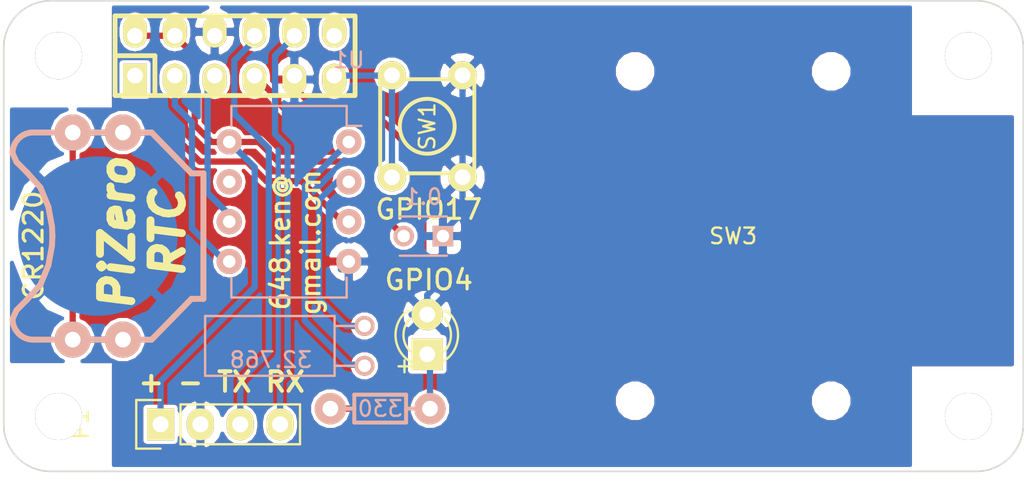
<source format=kicad_pcb>
(kicad_pcb (version 4) (host pcbnew "(2015-08-15 BZR 6092)-product")

  (general
    (links 26)
    (no_connects 0)
    (area 38.049999 39.649999 103.150001 69.750001)
    (thickness 1.6)
    (drawings 18)
    (tracks 97)
    (zones 0)
    (modules 14)
    (nets 13)
  )

  (page A4)
  (title_block
    (title "Raspberry Pi Hat Template")
    (date 2015-12-24)
    (rev 0.1)
    (company OpenFet)
    (comment 1 "Author: Julien")
    (comment 2 "License: CERN OHL V1.2")
  )

  (layers
    (0 F.Cu signal)
    (31 B.Cu signal)
    (32 B.Adhes user)
    (33 F.Adhes user)
    (34 B.Paste user)
    (35 F.Paste user)
    (36 B.SilkS user)
    (37 F.SilkS user)
    (38 B.Mask user)
    (39 F.Mask user)
    (40 Dwgs.User user hide)
    (41 Cmts.User user)
    (42 Eco1.User user)
    (43 Eco2.User user)
    (44 Edge.Cuts user)
    (45 Margin user)
    (46 B.CrtYd user)
    (47 F.CrtYd user)
    (48 B.Fab user)
    (49 F.Fab user)
  )

  (setup
    (last_trace_width 0.4)
    (user_trace_width 0.1)
    (user_trace_width 0.2)
    (user_trace_width 0.3)
    (user_trace_width 0.4)
    (user_trace_width 0.5)
    (user_trace_width 0.6)
    (user_trace_width 0.8)
    (user_trace_width 1)
    (trace_clearance 0.15)
    (zone_clearance 0.23)
    (zone_45_only yes)
    (trace_min 0.1)
    (segment_width 0.35)
    (edge_width 0.1)
    (via_size 0.889)
    (via_drill 0.635)
    (via_min_size 0.26)
    (via_min_drill 0.16)
    (user_via 0.6 0.32)
    (user_via 1.5 0.8)
    (uvia_size 0.508)
    (uvia_drill 0.127)
    (uvias_allowed no)
    (uvia_min_size 0.508)
    (uvia_min_drill 0.127)
    (pcb_text_width 0.3)
    (pcb_text_size 1.5 1.5)
    (mod_edge_width 0.15)
    (mod_text_size 1 1)
    (mod_text_width 0.15)
    (pad_size 10.16 10.16)
    (pad_drill 0)
    (pad_to_mask_clearance 0)
    (aux_axis_origin 0 0)
    (grid_origin 211.1 101.7)
    (visible_elements 7FFFFF7F)
    (pcbplotparams
      (layerselection 0x010f0_80000001)
      (usegerberextensions false)
      (excludeedgelayer true)
      (linewidth 0.100000)
      (plotframeref false)
      (viasonmask false)
      (mode 1)
      (useauxorigin false)
      (hpglpennumber 1)
      (hpglpenspeed 20)
      (hpglpendiameter 15)
      (hpglpenoverlay 2)
      (psnegative false)
      (psa4output false)
      (plotreference true)
      (plotvalue true)
      (plotinvisibletext false)
      (padsonsilk false)
      (subtractmaskfromsilk false)
      (outputformat 1)
      (mirror false)
      (drillshape 0)
      (scaleselection 1)
      (outputdirectory /home/mangokid/Desktop/hat_gerber/))
  )

  (net 0 "")
  (net 1 GND)
  (net 2 "Net-(P3-Pad3)")
  (net 3 "Net-(P3-Pad5)")
  (net 4 "Net-(P3-Pad7)")
  (net 5 "Net-(P3-Pad11)")
  (net 6 VCC)
  (net 7 "Net-(32.768-Pad1)")
  (net 8 "Net-(32.768-Pad2)")
  (net 9 "Net-(P1-Pad3)")
  (net 10 "Net-(P1-Pad4)")
  (net 11 "Net-(BT1-Pad1)")
  (net 12 "Net-(D1-Pad2)")

  (net_class Default "This is the default net class."
    (clearance 0.15)
    (trace_width 0.2)
    (via_dia 0.889)
    (via_drill 0.635)
    (uvia_dia 0.508)
    (uvia_drill 0.127)
    (add_net GND)
    (add_net "Net-(32.768-Pad1)")
    (add_net "Net-(32.768-Pad2)")
    (add_net "Net-(BT1-Pad1)")
    (add_net "Net-(D1-Pad2)")
    (add_net "Net-(P1-Pad3)")
    (add_net "Net-(P1-Pad4)")
    (add_net "Net-(P3-Pad11)")
    (add_net "Net-(P3-Pad3)")
    (add_net "Net-(P3-Pad5)")
    (add_net "Net-(P3-Pad7)")
    (add_net VCC)
  )

  (module myFootPrints:BATT_12mm_TH (layer B.Cu) (tedit 57EDD003) (tstamp 57EDC515)
    (at 44.1 54.7 90)
    (descr "Keystone type 3000 coin cell retainer")
    (path /57E74E71)
    (fp_text reference BT1 (at 0 4.5 90) (layer B.SilkS) hide
      (effects (font (thickness 0.3048)) (justify mirror))
    )
    (fp_text value Battery (at 0 -4.5 90) (layer B.SilkS) hide
      (effects (font (thickness 0.3048)) (justify mirror))
    )
    (fp_circle (center 0 0) (end -6 -1) (layer B.CrtYd) (width 0.3048))
    (fp_line (start 0.6096 -2.921) (end 1.8542 -3.1496) (layer B.SilkS) (width 0.381))
    (fp_line (start 1.8542 -3.1496) (end 3.0988 -3.6576) (layer B.SilkS) (width 0.381))
    (fp_line (start 3.0988 -3.6576) (end 4.064 -4.5212) (layer B.SilkS) (width 0.381))
    (fp_line (start 4.064 -4.5212) (end 4.7244 -5.1816) (layer B.SilkS) (width 0.381))
    (fp_line (start 4.7244 -5.1816) (end 5.2832 -5.4356) (layer B.SilkS) (width 0.381))
    (fp_line (start 0 -2.8956) (end 0.6096 -2.921) (layer B.SilkS) (width 0.381))
    (fp_line (start -3.0988 -3.6576) (end -4.064 -4.5212) (layer B.SilkS) (width 0.381))
    (fp_line (start -4.064 -4.5212) (end -4.7244 -5.1816) (layer B.SilkS) (width 0.381))
    (fp_line (start -5.2832 -5.4356) (end -4.7244 -5.1816) (layer B.SilkS) (width 0.381))
    (fp_line (start -3.0988 -3.6576) (end -1.8542 -3.1496) (layer B.SilkS) (width 0.381))
    (fp_line (start -1.8542 -3.1496) (end -0.6096 -2.921) (layer B.SilkS) (width 0.381))
    (fp_line (start -0.6096 -2.921) (end 0 -2.8956) (layer B.SilkS) (width 0.381))
    (fp_arc (start 5.2832 -4.1148) (end 6.604 -4.1148) (angle -90) (layer B.SilkS) (width 0.381))
    (fp_arc (start -5.2832 -4.1148) (end -5.2832 -5.4356) (angle -90) (layer B.SilkS) (width 0.381))
    (fp_line (start 6.604 3.429) (end 6.604 -4.064) (layer B.SilkS) (width 0.381))
    (fp_line (start -6.604 3.429) (end -6.604 -4.064) (layer B.SilkS) (width 0.381))
    (fp_line (start 4.0005 5.969) (end 6.604 3.429) (layer B.SilkS) (width 0.381))
    (fp_line (start -4.0005 5.969) (end -6.604 3.429) (layer B.SilkS) (width 0.381))
    (fp_line (start 3.9995 6.731) (end 3.9995 5.969) (layer B.SilkS) (width 0.381))
    (fp_line (start -4.0005 6.731) (end -4.0005 5.969) (layer B.SilkS) (width 0.381))
    (fp_line (start -4.0005 6.731) (end 4.0005 6.731) (layer B.SilkS) (width 0.381))
    (pad 1 thru_hole circle (at 6.6 1.6 90) (size 2.3 2.3) (drill 1) (layers *.Cu *.Mask B.SilkS)
      (net 11 "Net-(BT1-Pad1)"))
    (pad 1 thru_hole circle (at 6.6 -1.6 90) (size 2.3 2.3) (drill 1) (layers *.Cu *.Mask B.SilkS)
      (net 11 "Net-(BT1-Pad1)"))
    (pad 1 thru_hole circle (at -6.6 -1.6 90) (size 2.3 2.3) (drill 1) (layers *.Cu *.Mask B.SilkS)
      (net 11 "Net-(BT1-Pad1)"))
    (pad 1 thru_hole circle (at -6.6 1.6 90) (size 2.3 2.3) (drill 1) (layers *.Cu *.Mask B.SilkS)
      (net 11 "Net-(BT1-Pad1)"))
    (pad 2 smd circle (at 0 0 90) (size 10.16 10.16) (layers B.Cu B.Paste B.Mask)
      (net 1 GND))
    (model walter/battery_holders/keystone_3000.wrl
      (at (xyz 0 0 0))
      (scale (xyz 1 1 1))
      (rotate (xyz 0 0 0))
    )
  )

  (module myFootPrints:SW_PUSH_SMALL (layer F.Cu) (tedit 57EDCAD8) (tstamp 57EDCAFF)
    (at 84.6 54.7)
    (fp_text reference SW3 (at 0 0) (layer F.SilkS)
      (effects (font (size 1 1) (thickness 0.15)))
    )
    (fp_text value SW_PUSHBUTTON (at 0 2) (layer F.Fab) hide
      (effects (font (size 0.3 0.3) (thickness 0.075)))
    )
    (fp_circle (center 6 0) (end 2 0) (layer F.CrtYd) (width 0.3048))
    (fp_line (start 15.75 -12.5) (end 15.75 12.5) (layer F.CrtYd) (width 0.3048))
    (fp_line (start -8.25 12.5) (end 15.75 12.5) (layer F.CrtYd) (width 0.3048))
    (fp_line (start -6.25 -10.5) (end -8.25 -10.5) (layer F.CrtYd) (width 0.3048))
    (fp_line (start -6.25 -10.5) (end -6.25 -12.5) (layer F.CrtYd) (width 0.3048))
    (fp_line (start -8.25 -12.5) (end -8.25 12.5) (layer F.CrtYd) (width 0.3048))
    (fp_line (start -8.25 -12.5) (end 15.75 -12.5) (layer F.CrtYd) (width 0.3048))
    (pad "" np_thru_hole circle (at 6.25 -10.5) (size 2 2) (drill 2) (layers *.Cu *.Mask F.SilkS))
    (pad "" np_thru_hole circle (at 6.25 10.5) (size 2 2) (drill 2) (layers *.Cu *.Mask F.SilkS))
    (pad "" np_thru_hole circle (at -6.25 -10.5) (size 2 2) (drill 2) (layers *.Cu *.Mask F.SilkS))
    (pad "" np_thru_hole circle (at -6.25 10.5) (size 2 2) (drill 2) (layers *.Cu *.Mask F.SilkS))
  )

  (module w_pin_strip:pin_socket_20x2 (layer F.Cu) (tedit 57EDC679) (tstamp 5509D7DA)
    (at 70.6 43.2)
    (descr "Pin socket 20x2pin")
    (tags "CONN DEV")
    (path /54E92361)
    (fp_text reference P3 (at 25 3.1) (layer F.SilkS) hide
      (effects (font (size 0.5 0.5) (thickness 0.125)))
    )
    (fp_text value Raspberry_Pi_+_Conn (at 0 -5.08) (layer F.SilkS) hide
      (effects (font (size 0.5 0.5) (thickness 0.125)))
    )
    (fp_line (start -25.4 -2.54) (end -10.16 -2.54) (layer F.SilkS) (width 0.3048))
    (fp_line (start -25.4 2.54) (end -10.16 2.54) (layer F.SilkS) (width 0.3048))
    (fp_line (start -25.4 0) (end -22.86 0) (layer F.SilkS) (width 0.3048))
    (fp_line (start -22.86 0) (end -22.86 2.54) (layer F.SilkS) (width 0.3048))
    (fp_line (start -25.4 -2.54) (end -25.4 2.54) (layer F.SilkS) (width 0.3048))
    (fp_line (start -10.1 2.54) (end -10.1 -2.54) (layer F.SilkS) (width 0.3048))
    (pad 1 thru_hole rect (at -24.13 1.27) (size 1.524 1.99898) (drill 1.00076 (offset 0 0.24892)) (layers *.Cu *.Mask F.SilkS))
    (pad 2 thru_hole oval (at -24.13 -1.27) (size 1.524 1.99898) (drill 1.00076 (offset 0 -0.24892)) (layers *.Cu *.Mask F.SilkS)
      (net 6 VCC))
    (pad 3 thru_hole oval (at -21.59 1.27) (size 1.524 1.99898) (drill 1.00076 (offset 0 0.24892)) (layers *.Cu *.Mask F.SilkS)
      (net 2 "Net-(P3-Pad3)"))
    (pad 4 thru_hole oval (at -21.59 -1.27) (size 1.524 1.99898) (drill 1.00076 (offset 0 -0.24892)) (layers *.Cu *.Mask F.SilkS)
      (net 6 VCC))
    (pad 5 thru_hole oval (at -19.05 1.27) (size 1.524 1.99898) (drill 1.00076 (offset 0 0.24892)) (layers *.Cu *.Mask F.SilkS)
      (net 3 "Net-(P3-Pad5)"))
    (pad 6 thru_hole oval (at -19.05 -1.27) (size 1.524 1.99898) (drill 1.00076 (offset 0 -0.24892)) (layers *.Cu *.Mask F.SilkS)
      (net 1 GND))
    (pad 7 thru_hole oval (at -16.51 1.27) (size 1.524 1.99898) (drill 1.00076 (offset 0 0.24892)) (layers *.Cu *.Mask F.SilkS)
      (net 4 "Net-(P3-Pad7)"))
    (pad 8 thru_hole oval (at -16.51 -1.27) (size 1.524 1.99898) (drill 1.00076 (offset 0 -0.24892)) (layers *.Cu *.Mask F.SilkS)
      (net 9 "Net-(P1-Pad3)"))
    (pad 9 thru_hole oval (at -13.97 1.27) (size 1.524 1.99898) (drill 1.00076 (offset 0 0.24892)) (layers *.Cu *.Mask F.SilkS)
      (net 1 GND))
    (pad 10 thru_hole oval (at -13.97 -1.27) (size 1.524 1.99898) (drill 1.00076 (offset 0 -0.24892)) (layers *.Cu *.Mask F.SilkS)
      (net 10 "Net-(P1-Pad4)"))
    (pad 11 thru_hole oval (at -11.43 1.27) (size 1.524 1.99898) (drill 1.00076 (offset 0 0.24892)) (layers *.Cu *.Mask F.SilkS)
      (net 5 "Net-(P3-Pad11)"))
    (pad 12 thru_hole oval (at -11.43 -1.27) (size 1.524 1.99898) (drill 1.00076 (offset 0 -0.24892)) (layers *.Cu *.Mask F.SilkS))
    (model ../../../../../home/mangokid/kicad_libs/modules/packages3d/walter/pin_strip/pin_socket_20x2.wrl
      (at (xyz 0 0 -0.025))
      (scale (xyz 1 1 1))
      (rotate (xyz 0 180 0))
    )
  )

  (module Mounting_Holes:MountingHole_3mm (layer F.Cu) (tedit 5687A906) (tstamp 5684F8FD)
    (at 99.6 43.2)
    (descr "Mounting hole, Befestigungsbohrung, 3mm, No Annular, Kein Restring,")
    (tags "Mounting hole, Befestigungsbohrung, 3mm, No Annular, Kein Restring,")
    (fp_text reference REF** (at 0 -4.0005) (layer F.SilkS) hide
      (effects (font (size 0.5 0.5) (thickness 0.125)))
    )
    (fp_text value MountingHole_3mm (at 1.00076 5.00126) (layer F.Fab) hide
      (effects (font (size 0.5 0.5) (thickness 0.125)))
    )
    (fp_circle (center 0 0) (end 3 0) (layer Cmts.User) (width 0.381))
    (pad 1 thru_hole circle (at 0 0) (size 3 3) (drill 3) (layers))
  )

  (module Mounting_Holes:MountingHole_3mm (layer F.Cu) (tedit 5687A909) (tstamp 5684F8FC)
    (at 41.6 43.2)
    (descr "Mounting hole, Befestigungsbohrung, 3mm, No Annular, Kein Restring,")
    (tags "Mounting hole, Befestigungsbohrung, 3mm, No Annular, Kein Restring,")
    (fp_text reference REF** (at 0 -4.0005) (layer F.SilkS) hide
      (effects (font (size 0.5 0.5) (thickness 0.125)))
    )
    (fp_text value MountingHole_3mm (at 1.00076 5.00126) (layer F.Fab) hide
      (effects (font (size 0.5 0.5) (thickness 0.125)))
    )
    (fp_circle (center 0 0) (end 3 0) (layer Cmts.User) (width 0.381))
    (pad 1 thru_hole circle (at 0 0) (size 3 3) (drill 3) (layers))
  )

  (module Mounting_Holes:MountingHole_3mm (layer F.Cu) (tedit 5687A5B1) (tstamp 5684F8FE)
    (at 99.6 66.2)
    (descr "Mounting hole, Befestigungsbohrung, 3mm, No Annular, Kein Restring,")
    (tags "Mounting hole, Befestigungsbohrung, 3mm, No Annular, Kein Restring,")
    (fp_text reference REF** (at 0 -4.0005) (layer F.SilkS) hide
      (effects (font (size 0.5 0.5) (thickness 0.125)))
    )
    (fp_text value MountingHole_3mm (at 1.00076 5.00126) (layer F.Fab) hide
      (effects (font (size 0.5 0.5) (thickness 0.125)))
    )
    (fp_circle (center 0 0) (end 3 0) (layer Cmts.User) (width 0.381))
    (pad 1 thru_hole circle (at 0 0) (size 3 3) (drill 3) (layers))
  )

  (module Mounting_Holes:MountingHole_3mm (layer F.Cu) (tedit 5687A904) (tstamp 5684F8FF)
    (at 41.6 66.2)
    (descr "Mounting hole, Befestigungsbohrung, 3mm, No Annular, Kein Restring,")
    (tags "Mounting hole, Befestigungsbohrung, 3mm, No Annular, Kein Restring,")
    (fp_text reference REF** (at 0 -4.0005) (layer F.SilkS) hide
      (effects (font (size 0.5 0.5) (thickness 0.125)))
    )
    (fp_text value MountingHole_3mm (at 1.00076 5.00126) (layer F.Fab) hide
      (effects (font (size 0.5 0.5) (thickness 0.125)))
    )
    (fp_circle (center 0 0) (end 3 0) (layer Cmts.User) (width 0.381))
    (pad 1 thru_hole circle (at 0 0) (size 3 3) (drill 3) (layers))
  )

  (module Capacitors_ThroughHole:C_Disc_D3_P2.5 (layer B.Cu) (tedit 0) (tstamp 57EDC452)
    (at 66.1 54.7 180)
    (descr "Capacitor 3mm Disc, Pitch 2.5mm")
    (tags Capacitor)
    (path /57E756BE)
    (fp_text reference 0.1 (at 1.25 2.5 180) (layer B.SilkS)
      (effects (font (size 1 1) (thickness 0.15)) (justify mirror))
    )
    (fp_text value C_Small (at 1.25 -2.5 180) (layer B.Fab)
      (effects (font (size 1 1) (thickness 0.15)) (justify mirror))
    )
    (fp_line (start -0.9 1.5) (end 3.4 1.5) (layer B.CrtYd) (width 0.05))
    (fp_line (start 3.4 1.5) (end 3.4 -1.5) (layer B.CrtYd) (width 0.05))
    (fp_line (start 3.4 -1.5) (end -0.9 -1.5) (layer B.CrtYd) (width 0.05))
    (fp_line (start -0.9 -1.5) (end -0.9 1.5) (layer B.CrtYd) (width 0.05))
    (fp_line (start -0.25 1.25) (end 2.75 1.25) (layer B.SilkS) (width 0.15))
    (fp_line (start 2.75 -1.25) (end -0.25 -1.25) (layer B.SilkS) (width 0.15))
    (pad 1 thru_hole rect (at 0 0 180) (size 1.3 1.3) (drill 0.8) (layers *.Cu *.Mask B.SilkS)
      (net 1 GND))
    (pad 2 thru_hole circle (at 2.5 0 180) (size 1.3 1.3) (drill 0.8001) (layers *.Cu *.Mask B.SilkS)
      (net 6 VCC))
    (model Capacitors_ThroughHole.3dshapes/C_Disc_D3_P2.5.wrl
      (at (xyz 0.049213 0 0))
      (scale (xyz 1 1 1))
      (rotate (xyz 0 0 0))
    )
  )

  (module Crystals:Crystal_Watch (layer B.Cu) (tedit 0) (tstamp 57EDC458)
    (at 61.1 61.7 90)
    (path /57E75102)
    (fp_text reference 32.768 (at -0.889 -5.969 360) (layer B.SilkS)
      (effects (font (size 1 1) (thickness 0.15)) (justify mirror))
    )
    (fp_text value Crystal (at 0.889 -6.096 360) (layer B.Fab)
      (effects (font (size 1 1) (thickness 0.15)) (justify mirror))
    )
    (fp_line (start -1.905 -1.905) (end 1.905 -1.905) (layer B.SilkS) (width 0.15))
    (fp_line (start 1.905 -1.905) (end 1.905 -10.16) (layer B.SilkS) (width 0.15))
    (fp_line (start 1.905 -10.16) (end -1.905 -10.16) (layer B.SilkS) (width 0.15))
    (fp_line (start -1.905 -10.16) (end -1.905 -1.905) (layer B.SilkS) (width 0.15))
    (fp_line (start -1.27 0) (end -1.27 -1.905) (layer B.SilkS) (width 0.15))
    (fp_line (start 1.27 0) (end 1.27 -1.905) (layer B.SilkS) (width 0.15))
    (pad 1 thru_hole circle (at -1.27 0 90) (size 1.27 1.27) (drill 0.8128) (layers *.Cu *.Mask B.SilkS)
      (net 7 "Net-(32.768-Pad1)"))
    (pad 2 thru_hole circle (at 1.27 0 90) (size 1.27 1.27) (drill 0.8128) (layers *.Cu *.Mask B.SilkS)
      (net 8 "Net-(32.768-Pad2)"))
    (model Crystals.3dshapes/Crystal_Watch.wrl
      (at (xyz 0 0 0))
      (scale (xyz 1 1 1))
      (rotate (xyz 0 0 0))
    )
  )

  (module Housings_DIP:DIP-8_W7.62mm (layer B.Cu) (tedit 54130A77) (tstamp 57EDC464)
    (at 60.1 48.7 180)
    (descr "8-lead dip package, row spacing 7.62 mm (300 mils)")
    (tags "dil dip 2.54 300")
    (path /57E74DCC)
    (fp_text reference U1 (at 0 5.22 180) (layer B.SilkS)
      (effects (font (size 1 1) (thickness 0.15)) (justify mirror))
    )
    (fp_text value DS1307+ (at 0 3.72 180) (layer B.Fab)
      (effects (font (size 1 1) (thickness 0.15)) (justify mirror))
    )
    (fp_line (start -1.05 2.45) (end -1.05 -10.1) (layer B.CrtYd) (width 0.05))
    (fp_line (start 8.65 2.45) (end 8.65 -10.1) (layer B.CrtYd) (width 0.05))
    (fp_line (start -1.05 2.45) (end 8.65 2.45) (layer B.CrtYd) (width 0.05))
    (fp_line (start -1.05 -10.1) (end 8.65 -10.1) (layer B.CrtYd) (width 0.05))
    (fp_line (start 0.135 2.295) (end 0.135 1.025) (layer B.SilkS) (width 0.15))
    (fp_line (start 7.485 2.295) (end 7.485 1.025) (layer B.SilkS) (width 0.15))
    (fp_line (start 7.485 -9.915) (end 7.485 -8.645) (layer B.SilkS) (width 0.15))
    (fp_line (start 0.135 -9.915) (end 0.135 -8.645) (layer B.SilkS) (width 0.15))
    (fp_line (start 0.135 2.295) (end 7.485 2.295) (layer B.SilkS) (width 0.15))
    (fp_line (start 0.135 -9.915) (end 7.485 -9.915) (layer B.SilkS) (width 0.15))
    (fp_line (start 0.135 1.025) (end -0.8 1.025) (layer B.SilkS) (width 0.15))
    (pad 1 thru_hole oval (at 0 0 180) (size 1.6 1.6) (drill 0.8) (layers *.Cu *.Mask B.SilkS)
      (net 7 "Net-(32.768-Pad1)"))
    (pad 2 thru_hole oval (at 0 -2.54 180) (size 1.6 1.6) (drill 0.8) (layers *.Cu *.Mask B.SilkS)
      (net 8 "Net-(32.768-Pad2)"))
    (pad 3 thru_hole oval (at 0 -5.08 180) (size 1.6 1.6) (drill 0.8) (layers *.Cu *.Mask B.SilkS)
      (net 11 "Net-(BT1-Pad1)"))
    (pad 4 thru_hole oval (at 0 -7.62 180) (size 1.6 1.6) (drill 0.8) (layers *.Cu *.Mask B.SilkS)
      (net 1 GND))
    (pad 5 thru_hole oval (at 7.62 -7.62 180) (size 1.6 1.6) (drill 0.8) (layers *.Cu *.Mask B.SilkS)
      (net 2 "Net-(P3-Pad3)"))
    (pad 6 thru_hole oval (at 7.62 -5.08 180) (size 1.6 1.6) (drill 0.8) (layers *.Cu *.Mask B.SilkS)
      (net 3 "Net-(P3-Pad5)"))
    (pad 7 thru_hole oval (at 7.62 -2.54 180) (size 1.6 1.6) (drill 0.8) (layers *.Cu *.Mask B.SilkS))
    (pad 8 thru_hole oval (at 7.62 0 180) (size 1.6 1.6) (drill 0.8) (layers *.Cu *.Mask B.SilkS)
      (net 6 VCC))
    (model Housings_DIP.3dshapes/DIP-8_W7.62mm.wrl
      (at (xyz 0 0 0))
      (scale (xyz 1 1 1))
      (rotate (xyz 0 0 0))
    )
  )

  (module myFootPrints:LED-3MM (layer F.Cu) (tedit 57578FCB) (tstamp 57EDC51B)
    (at 65.1 59.7 270)
    (descr "LED 3mm round vertical")
    (tags "LED  3mm round vertical")
    (path /57EDC2DF)
    (fp_text reference D1 (at 1.91 3.06 270) (layer F.SilkS) hide
      (effects (font (size 1 1) (thickness 0.15)))
    )
    (fp_text value LED (at 1.27 -1.524 270) (layer F.Fab)
      (effects (font (size 1 1) (thickness 0.15)))
    )
    (fp_text user + (at 3.302 1.524 270) (layer F.SilkS)
      (effects (font (size 1 1) (thickness 0.15)))
    )
    (fp_line (start -1.2 2.3) (end 3.8 2.3) (layer F.CrtYd) (width 0.05))
    (fp_line (start 3.8 2.3) (end 3.8 -2.2) (layer F.CrtYd) (width 0.05))
    (fp_line (start 3.8 -2.2) (end -1.2 -2.2) (layer F.CrtYd) (width 0.05))
    (fp_line (start -1.2 -2.2) (end -1.2 2.3) (layer F.CrtYd) (width 0.05))
    (fp_line (start -0.199 1.314) (end -0.199 1.114) (layer F.SilkS) (width 0.15))
    (fp_line (start -0.199 -1.28) (end -0.199 -1.1) (layer F.SilkS) (width 0.15))
    (fp_arc (start 1.301 0.034) (end -0.199 -1.286) (angle 108.5) (layer F.SilkS) (width 0.15))
    (fp_arc (start 1.301 0.034) (end 0.25 -1.1) (angle 85.7) (layer F.SilkS) (width 0.15))
    (fp_arc (start 1.311 0.034) (end 3.051 0.994) (angle 110) (layer F.SilkS) (width 0.15))
    (fp_arc (start 1.301 0.034) (end 2.335 1.094) (angle 87.5) (layer F.SilkS) (width 0.15))
    (pad 1 thru_hole circle (at 0 0) (size 2 2) (drill 1.00076) (layers *.Cu *.Mask F.SilkS)
      (net 1 GND))
    (pad 2 thru_hole rect (at 2.54 0 270) (size 2 2) (drill 1.00076) (layers *.Cu *.Mask F.SilkS)
      (net 12 "Net-(D1-Pad2)"))
    (model LEDs.3dshapes/LED-3MM.wrl
      (at (xyz 0.05 0 0))
      (scale (xyz 1 1 1))
      (rotate (xyz 0 0 90))
    )
  )

  (module Pin_Headers:Pin_Header_Straight_1x04 (layer F.Cu) (tedit 0) (tstamp 57EDC523)
    (at 48.1 66.7 90)
    (descr "Through hole pin header")
    (tags "pin header")
    (path /57EDCD88)
    (fp_text reference P1 (at 0 -5.1 90) (layer F.SilkS)
      (effects (font (size 1 1) (thickness 0.15)))
    )
    (fp_text value CONN_01X04 (at 0 -3.1 90) (layer F.Fab)
      (effects (font (size 1 1) (thickness 0.15)))
    )
    (fp_line (start -1.75 -1.75) (end -1.75 9.4) (layer F.CrtYd) (width 0.05))
    (fp_line (start 1.75 -1.75) (end 1.75 9.4) (layer F.CrtYd) (width 0.05))
    (fp_line (start -1.75 -1.75) (end 1.75 -1.75) (layer F.CrtYd) (width 0.05))
    (fp_line (start -1.75 9.4) (end 1.75 9.4) (layer F.CrtYd) (width 0.05))
    (fp_line (start -1.27 1.27) (end -1.27 8.89) (layer F.SilkS) (width 0.15))
    (fp_line (start 1.27 1.27) (end 1.27 8.89) (layer F.SilkS) (width 0.15))
    (fp_line (start 1.55 -1.55) (end 1.55 0) (layer F.SilkS) (width 0.15))
    (fp_line (start -1.27 8.89) (end 1.27 8.89) (layer F.SilkS) (width 0.15))
    (fp_line (start 1.27 1.27) (end -1.27 1.27) (layer F.SilkS) (width 0.15))
    (fp_line (start -1.55 0) (end -1.55 -1.55) (layer F.SilkS) (width 0.15))
    (fp_line (start -1.55 -1.55) (end 1.55 -1.55) (layer F.SilkS) (width 0.15))
    (pad 1 thru_hole rect (at 0 0 90) (size 2.032 1.7272) (drill 1.016) (layers *.Cu *.Mask F.SilkS)
      (net 6 VCC))
    (pad 2 thru_hole oval (at 0 2.54 90) (size 2.032 1.7272) (drill 1.016) (layers *.Cu *.Mask F.SilkS)
      (net 1 GND))
    (pad 3 thru_hole oval (at 0 5.08 90) (size 2.032 1.7272) (drill 1.016) (layers *.Cu *.Mask F.SilkS)
      (net 9 "Net-(P1-Pad3)"))
    (pad 4 thru_hole oval (at 0 7.62 90) (size 2.032 1.7272) (drill 1.016) (layers *.Cu *.Mask F.SilkS)
      (net 10 "Net-(P1-Pad4)"))
    (model Pin_Headers.3dshapes/Pin_Header_Straight_1x04.wrl
      (at (xyz 0 -0.15 0))
      (scale (xyz 1 1 1))
      (rotate (xyz 0 0 90))
    )
  )

  (module myFootPrints:Resistor_Horz (layer B.Cu) (tedit 57EDD5DD) (tstamp 57EDC529)
    (at 62.1 65.7 180)
    (descr "Resistor, Axial,  RM 10mm, 1/3W,")
    (tags "Resistor, Axial, RM 10mm, 1/3W,")
    (path /57EDC340)
    (fp_text reference R1 (at 0 1.905 180) (layer B.Fab)
      (effects (font (size 1 1) (thickness 0.15)) (justify mirror))
    )
    (fp_text value 330 (at 0 0 180) (layer B.SilkS)
      (effects (font (size 1 1) (thickness 0.15)) (justify mirror))
    )
    (fp_line (start -1.651 0) (end -2.413 0) (layer B.SilkS) (width 0.254))
    (fp_line (start 1.651 0) (end 2.413 0) (layer B.SilkS) (width 0.254))
    (fp_line (start 1.651 -0.889) (end 1.651 -0.635) (layer B.SilkS) (width 0.254))
    (fp_line (start 1.651 -0.889) (end -1.651 -0.889) (layer B.SilkS) (width 0.254))
    (fp_line (start -1.651 -0.889) (end -1.651 0.889) (layer B.SilkS) (width 0.254))
    (fp_line (start -1.651 0.889) (end 1.651 0.889) (layer B.SilkS) (width 0.254))
    (fp_line (start 1.651 0.889) (end 1.651 -0.635) (layer B.SilkS) (width 0.254))
    (pad 1 thru_hole circle (at -3.175 0 180) (size 1.99898 1.99898) (drill 1.00076) (layers *.Cu *.SilkS *.Mask)
      (net 12 "Net-(D1-Pad2)"))
    (pad 2 thru_hole circle (at 3.175 0 180) (size 1.99898 1.99898) (drill 1.00076) (layers *.Cu *.SilkS *.Mask)
      (net 4 "Net-(P3-Pad7)"))
    (model Resistors_ThroughHole.3dshapes/Resistor_Horizontal_RM10mm.wrl
      (at (xyz 0 0 0))
      (scale (xyz 0.4 0.4 0.4))
      (rotate (xyz 0 0 0))
    )
  )

  (module myFootPrints:SW_PUSH_SMALL (layer F.Cu) (tedit 57A15124) (tstamp 57EDC531)
    (at 65.1 47.7 90)
    (path /57EDC379)
    (fp_text reference SW1 (at 0 0 90) (layer F.SilkS)
      (effects (font (size 1 1) (thickness 0.15)))
    )
    (fp_text value SPST (at 0 2 90) (layer F.Fab) hide
      (effects (font (size 0.3 0.3) (thickness 0.075)))
    )
    (fp_line (start -3 -3) (end 3 -3) (layer F.SilkS) (width 0.25))
    (fp_line (start 3 -3) (end 3 3) (layer F.SilkS) (width 0.25))
    (fp_line (start 3 3) (end -3 3) (layer F.SilkS) (width 0.25))
    (fp_line (start -3 3) (end -3 -3) (layer F.SilkS) (width 0.25))
    (fp_circle (center 0 0) (end -1.75 0) (layer F.SilkS) (width 0.25))
    (pad 1 thru_hole circle (at 3.25 -2.25 90) (size 1.8 1.8) (drill 1) (layers *.Cu *.Mask F.SilkS)
      (net 5 "Net-(P3-Pad11)"))
    (pad 2 thru_hole circle (at 3.25 2.25 90) (size 1.8 1.8) (drill 1) (layers *.Cu *.Mask F.SilkS)
      (net 1 GND))
    (pad 1 thru_hole circle (at -3.25 -2.25 90) (size 1.8 1.8) (drill 1) (layers *.Cu *.Mask F.SilkS)
      (net 5 "Net-(P3-Pad11)"))
    (pad 2 thru_hole circle (at -3.25 2.25 90) (size 1.8 1.8) (drill 1) (layers *.Cu *.Mask F.SilkS)
      (net 1 GND))
  )

  (gr_text "648.ken@\ngmail.com" (at 56.7 55.1 90) (layer F.SilkS)
    (effects (font (size 1.2 1.2) (thickness 0.2)))
  )
  (gr_text "PiZero\nRTC" (at 46.95 54.5 90) (layer F.SilkS)
    (effects (font (size 2 2) (thickness 0.5) italic))
  )
  (gr_text GPIO4 (at 65.2 57.5) (layer F.SilkS)
    (effects (font (size 1.25 1.25) (thickness 0.2)))
  )
  (gr_text GPIO17 (at 65.2 53) (layer F.SilkS)
    (effects (font (size 1.25 1.25) (thickness 0.2)))
  )
  (gr_text CR1220 (at 40 55.3 90) (layer F.SilkS)
    (effects (font (size 1.2 1.2) (thickness 0.2)))
  )
  (gr_text "+ - TX RX" (at 52 64) (layer F.SilkS)
    (effects (font (size 1.25 1.25) (thickness 0.25)))
  )
  (dimension 30 (width 0.3) (layer Dwgs.User)
    (gr_text "30.000 mm" (at 117.45 54.7 270) (layer Dwgs.User) (tstamp 5684FADD)
      (effects (font (size 0.5 0.5) (thickness 0.125)))
    )
    (feature1 (pts (xy 100.1 69.7) (xy 118.8 69.7)))
    (feature2 (pts (xy 100.1 39.7) (xy 118.8 39.7)))
    (crossbar (pts (xy 116.1 39.7) (xy 116.1 69.7)))
    (arrow1a (pts (xy 116.1 69.7) (xy 115.513579 68.573496)))
    (arrow1b (pts (xy 116.1 69.7) (xy 116.686421 68.573496)))
    (arrow2a (pts (xy 116.1 39.7) (xy 115.513579 40.826504)))
    (arrow2b (pts (xy 116.1 39.7) (xy 116.686421 40.826504)))
  )
  (dimension 65 (width 0.3) (layer Dwgs.User)
    (gr_text "65.000 mm" (at 70.6 15.850001) (layer Dwgs.User)
      (effects (font (size 0.5 0.5) (thickness 0.125)))
    )
    (feature1 (pts (xy 38.1 42.7) (xy 38.1 14.500001)))
    (feature2 (pts (xy 103.1 42.7) (xy 103.1 14.500001)))
    (crossbar (pts (xy 103.1 17.200001) (xy 38.1 17.200001)))
    (arrow1a (pts (xy 38.1 17.200001) (xy 39.226504 16.61358)))
    (arrow1b (pts (xy 38.1 17.200001) (xy 39.226504 17.786422)))
    (arrow2a (pts (xy 103.1 17.200001) (xy 101.973496 16.61358)))
    (arrow2b (pts (xy 103.1 17.200001) (xy 101.973496 17.786422)))
  )
  (dimension 23 (width 0.3) (layer Dwgs.User)
    (gr_text "23.000 mm" (at 109.45 54.7 270) (layer Dwgs.User)
      (effects (font (size 0.5 0.5) (thickness 0.125)))
    )
    (feature1 (pts (xy 99.6 66.2) (xy 110.8 66.2)))
    (feature2 (pts (xy 99.6 43.2) (xy 110.8 43.2)))
    (crossbar (pts (xy 108.1 43.2) (xy 108.1 66.2)))
    (arrow1a (pts (xy 108.1 66.2) (xy 107.513579 65.073496)))
    (arrow1b (pts (xy 108.1 66.2) (xy 108.686421 65.073496)))
    (arrow2a (pts (xy 108.1 43.2) (xy 107.513579 44.326504)))
    (arrow2b (pts (xy 108.1 43.2) (xy 108.686421 44.326504)))
  )
  (gr_line (start 41.1 69.7) (end 100.1 69.7) (angle 90) (layer Edge.Cuts) (width 0.1))
  (gr_line (start 38.1 42.7) (end 38.1 66.7) (angle 90) (layer Edge.Cuts) (width 0.1))
  (gr_line (start 100.1 39.7) (end 41.1 39.7) (angle 90) (layer Edge.Cuts) (width 0.1))
  (gr_line (start 103.1 66.7) (end 103.1 42.7) (angle 90) (layer Edge.Cuts) (width 0.1))
  (gr_arc (start 100.1 42.7) (end 100.1 39.7) (angle 90) (layer Edge.Cuts) (width 0.1))
  (gr_arc (start 100.1 66.7) (end 103.1 66.7) (angle 90) (layer Edge.Cuts) (width 0.1))
  (gr_arc (start 41.1 66.7) (end 41.1 69.7) (angle 90) (layer Edge.Cuts) (width 0.1))
  (dimension 58 (width 0.3) (layer Dwgs.User)
    (gr_text "58.000 mm" (at 70.6 26.35) (layer Dwgs.User)
      (effects (font (size 0.5 0.5) (thickness 0.125)))
    )
    (feature1 (pts (xy 99.6 43.2) (xy 99.6 25)))
    (feature2 (pts (xy 41.6 43.2) (xy 41.6 25)))
    (crossbar (pts (xy 41.6 27.7) (xy 99.6 27.7)))
    (arrow1a (pts (xy 99.6 27.7) (xy 98.473496 28.286421)))
    (arrow1b (pts (xy 99.6 27.7) (xy 98.473496 27.113579)))
    (arrow2a (pts (xy 41.6 27.7) (xy 42.726504 28.286421)))
    (arrow2b (pts (xy 41.6 27.7) (xy 42.726504 27.113579)))
  )
  (gr_arc (start 41.1 42.7) (end 38.1 42.7) (angle 90) (layer Edge.Cuts) (width 0.1))

  (segment (start 65.1 59.7) (end 64.1 59.7) (width 0.4) (layer B.Cu) (net 1))
  (segment (start 59.6 56.82) (end 60.1 56.32) (width 0.4) (layer B.Cu) (net 1) (tstamp 57EDD44E))
  (segment (start 50.64 66.7) (end 50.64 63.66) (width 0.4) (layer F.Cu) (net 1))
  (segment (start 57.98 56.32) (end 60.1 56.32) (width 0.4) (layer F.Cu) (net 1) (tstamp 57EDD198))
  (segment (start 50.64 63.66) (end 57.98 56.32) (width 0.4) (layer F.Cu) (net 1) (tstamp 57EDD194))
  (segment (start 60.1 56.32) (end 60.22 56.32) (width 0.4) (layer F.Cu) (net 1))
  (segment (start 65.1 59.7) (end 65.1 58.45) (width 0.4) (layer B.Cu) (net 1))
  (segment (start 66.1 57.45) (end 66.1 54.7) (width 0.4) (layer B.Cu) (net 1) (tstamp 57EDCF82))
  (segment (start 65.1 58.45) (end 66.1 57.45) (width 0.4) (layer B.Cu) (net 1) (tstamp 57EDCF80))
  (segment (start 67.35 50.95) (end 67.35 44.45) (width 0.4) (layer B.Cu) (net 1))
  (segment (start 66.1 54.7) (end 66.1 54.45) (width 0.4) (layer B.Cu) (net 1))
  (segment (start 66.1 54.45) (end 67.35 53.2) (width 0.4) (layer B.Cu) (net 1) (tstamp 57EDCF77))
  (segment (start 67.35 53.2) (end 67.35 50.95) (width 0.4) (layer B.Cu) (net 1) (tstamp 57EDCF7A))
  (segment (start 56.63 44.47) (end 56.83 44.47) (width 0.4) (layer F.Cu) (net 1))
  (segment (start 56.83 44.47) (end 56.6 44.7) (width 0.4) (layer F.Cu) (net 1) (tstamp 57EDCF58))
  (segment (start 56.6 44.7) (end 56.6 45.2) (width 0.4) (layer F.Cu) (net 1) (tstamp 57EDCF59))
  (segment (start 56.6 45.2) (end 58.1 46.7) (width 0.4) (layer F.Cu) (net 1) (tstamp 57EDCF63))
  (segment (start 65.1 46.7) (end 67.35 44.45) (width 0.4) (layer F.Cu) (net 1) (tstamp 57EDCF67))
  (segment (start 58.1 46.7) (end 65.1 46.7) (width 0.4) (layer F.Cu) (net 1) (tstamp 57EDCF66))
  (segment (start 52.48 56.32) (end 52.22 56.32) (width 0.4) (layer B.Cu) (net 2))
  (segment (start 52.22 56.32) (end 50.1 54.2) (width 0.4) (layer B.Cu) (net 2) (tstamp 57EDD2A0))
  (segment (start 50.1 54.2) (end 50.1 47.45) (width 0.4) (layer B.Cu) (net 2) (tstamp 57EDD2A2))
  (segment (start 50.1 47.45) (end 49.01 46.36) (width 0.4) (layer B.Cu) (net 2) (tstamp 57EDD2A6))
  (segment (start 49.01 46.36) (end 49.01 44.47) (width 0.4) (layer B.Cu) (net 2) (tstamp 57EDD2A7))
  (segment (start 52.48 53.78) (end 52.48 53.33) (width 0.4) (layer B.Cu) (net 3))
  (segment (start 52.48 53.33) (end 51.1 51.95) (width 0.4) (layer B.Cu) (net 3) (tstamp 57EDD298))
  (segment (start 51.1 51.95) (end 51.1 44.92) (width 0.4) (layer B.Cu) (net 3) (tstamp 57EDD29B))
  (segment (start 51.1 44.92) (end 51.55 44.47) (width 0.4) (layer B.Cu) (net 3) (tstamp 57EDD29D))
  (segment (start 58.925 65.7) (end 61.1 65.7) (width 0.4) (layer F.Cu) (net 4))
  (segment (start 55.6 45.98) (end 54.09 44.47) (width 0.4) (layer F.Cu) (net 4) (tstamp 57EDD473))
  (segment (start 55.6 46.2) (end 55.6 45.98) (width 0.4) (layer F.Cu) (net 4) (tstamp 57EDD471))
  (segment (start 56.85 47.45) (end 55.6 46.2) (width 0.4) (layer F.Cu) (net 4) (tstamp 57EDD46F))
  (segment (start 62.35 47.45) (end 56.85 47.45) (width 0.4) (layer F.Cu) (net 4) (tstamp 57EDD46D))
  (segment (start 64.85 49.95) (end 62.35 47.45) (width 0.4) (layer F.Cu) (net 4) (tstamp 57EDD469))
  (segment (start 64.85 56.45) (end 64.85 49.95) (width 0.4) (layer F.Cu) (net 4) (tstamp 57EDD465))
  (segment (start 62.85 58.45) (end 64.85 56.45) (width 0.4) (layer F.Cu) (net 4) (tstamp 57EDD461))
  (segment (start 62.85 63.95) (end 62.85 58.45) (width 0.4) (layer F.Cu) (net 4) (tstamp 57EDD45E))
  (segment (start 61.1 65.7) (end 62.85 63.95) (width 0.4) (layer F.Cu) (net 4) (tstamp 57EDD45D))
  (segment (start 62.85 50.95) (end 62.85 44.45) (width 0.4) (layer B.Cu) (net 5))
  (segment (start 62.85 44.45) (end 62.83 44.47) (width 0.4) (layer B.Cu) (net 5) (tstamp 57EDCF70))
  (segment (start 62.83 44.47) (end 59.17 44.47) (width 0.4) (layer B.Cu) (net 5) (tstamp 57EDCF72))
  (segment (start 48.1 66.7) (end 48.1 63.95) (width 0.4) (layer B.Cu) (net 6))
  (segment (start 54.1 50.32) (end 52.48 48.7) (width 0.4) (layer B.Cu) (net 6) (tstamp 57EDD1AC))
  (segment (start 54.1 57.95) (end 54.1 50.32) (width 0.4) (layer B.Cu) (net 6) (tstamp 57EDD1A8))
  (segment (start 48.1 63.95) (end 54.1 57.95) (width 0.4) (layer B.Cu) (net 6) (tstamp 57EDD1A3))
  (segment (start 52.48 48.7) (end 54.35 48.7) (width 0.4) (layer F.Cu) (net 6))
  (segment (start 61.35 52.45) (end 63.6 54.7) (width 0.4) (layer F.Cu) (net 6) (tstamp 57EDD09B))
  (segment (start 61.35 50.45) (end 61.35 52.45) (width 0.4) (layer F.Cu) (net 6) (tstamp 57EDD096))
  (segment (start 60.85 49.95) (end 61.35 50.45) (width 0.4) (layer F.Cu) (net 6) (tstamp 57EDD095))
  (segment (start 55.6 49.95) (end 60.85 49.95) (width 0.4) (layer F.Cu) (net 6) (tstamp 57EDD093))
  (segment (start 54.35 48.7) (end 55.6 49.95) (width 0.4) (layer F.Cu) (net 6) (tstamp 57EDD092))
  (segment (start 46.47 41.93) (end 49.01 41.93) (width 0.4) (layer F.Cu) (net 6))
  (segment (start 49.01 41.93) (end 50.28 43.2) (width 0.4) (layer F.Cu) (net 6) (tstamp 57EDCF41))
  (segment (start 50.28 43.2) (end 50.28 47.63) (width 0.4) (layer F.Cu) (net 6) (tstamp 57EDCF42))
  (segment (start 50.28 47.63) (end 51.35 48.7) (width 0.4) (layer F.Cu) (net 6) (tstamp 57EDCF43))
  (segment (start 51.35 48.7) (end 52.48 48.7) (width 0.4) (layer F.Cu) (net 6) (tstamp 57EDCF45))
  (segment (start 60.1 48.7) (end 57.3 51.5) (width 0.4) (layer B.Cu) (net 7))
  (segment (start 60.1 62.9) (end 61.03 62.9) (width 0.4) (layer B.Cu) (net 7) (tstamp 57EDD53D))
  (segment (start 57.3 60.1) (end 60.1 62.9) (width 0.4) (layer B.Cu) (net 7) (tstamp 57EDD53C))
  (segment (start 57.3 51.5) (end 57.3 60.1) (width 0.4) (layer B.Cu) (net 7) (tstamp 57EDD53B))
  (segment (start 61.03 62.9) (end 61.1 62.97) (width 0.4) (layer B.Cu) (net 7) (tstamp 57EDD53F))
  (segment (start 61.1 60.43) (end 59.93 60.43) (width 0.4) (layer B.Cu) (net 8))
  (segment (start 58.2 52.4) (end 59.36 51.24) (width 0.4) (layer B.Cu) (net 8) (tstamp 57EDD537))
  (segment (start 58.2 58.7) (end 58.2 52.4) (width 0.4) (layer B.Cu) (net 8) (tstamp 57EDD534))
  (segment (start 59.93 60.43) (end 58.2 58.7) (width 0.4) (layer B.Cu) (net 8) (tstamp 57EDD533))
  (segment (start 59.36 51.24) (end 60.1 51.24) (width 0.4) (layer B.Cu) (net 8) (tstamp 57EDD538))
  (segment (start 54.09 41.93) (end 54.09 42.21) (width 0.4) (layer B.Cu) (net 9))
  (segment (start 54.09 42.21) (end 52.8 43.5) (width 0.4) (layer B.Cu) (net 9) (tstamp 57EDD511))
  (segment (start 53.18 63.92) (end 53.18 66.7) (width 0.4) (layer B.Cu) (net 9) (tstamp 57EDD51D))
  (segment (start 55 62.1) (end 53.18 63.92) (width 0.4) (layer B.Cu) (net 9) (tstamp 57EDD51B))
  (segment (start 55 49.1) (end 55 62.1) (width 0.4) (layer B.Cu) (net 9) (tstamp 57EDD516))
  (segment (start 52.8 46.9) (end 55 49.1) (width 0.4) (layer B.Cu) (net 9) (tstamp 57EDD513))
  (segment (start 52.8 43.5) (end 52.8 46.9) (width 0.4) (layer B.Cu) (net 9) (tstamp 57EDD512))
  (segment (start 54.09 41.93) (end 54.09 41.94) (width 0.4) (layer B.Cu) (net 9))
  (segment (start 53.35 66.53) (end 53.18 66.7) (width 0.4) (layer B.Cu) (net 9) (tstamp 57EDD180))
  (segment (start 56.63 41.93) (end 56.63 41.97) (width 0.4) (layer B.Cu) (net 10))
  (segment (start 56.63 41.97) (end 55.4 43.2) (width 0.4) (layer B.Cu) (net 10) (tstamp 57EDD521))
  (segment (start 55.72 63.88) (end 55.72 66.7) (width 0.4) (layer B.Cu) (net 10) (tstamp 57EDD52A))
  (segment (start 56.2 63.4) (end 55.72 63.88) (width 0.4) (layer B.Cu) (net 10) (tstamp 57EDD529))
  (segment (start 56.2 49) (end 56.2 63.4) (width 0.4) (layer B.Cu) (net 10) (tstamp 57EDD526))
  (segment (start 55.4 48.2) (end 56.2 49) (width 0.4) (layer B.Cu) (net 10) (tstamp 57EDD525))
  (segment (start 55.4 43.2) (end 55.4 48.2) (width 0.4) (layer B.Cu) (net 10) (tstamp 57EDD523))
  (segment (start 56.63 41.93) (end 56.63 41.98) (width 0.4) (layer B.Cu) (net 10))
  (segment (start 56.63 41.93) (end 56.62 41.93) (width 0.4) (layer B.Cu) (net 10))
  (segment (start 55.35 66.33) (end 55.72 66.7) (width 0.4) (layer B.Cu) (net 10) (tstamp 57EDD0C9))
  (segment (start 42.5 48.1) (end 42.5 61.3) (width 0.4) (layer F.Cu) (net 11))
  (segment (start 42.5 61.3) (end 45.7 61.3) (width 0.4) (layer F.Cu) (net 11) (tstamp 57EDD0B1))
  (segment (start 45.7 48.1) (end 42.5 48.1) (width 0.4) (layer F.Cu) (net 11))
  (segment (start 60.1 53.78) (end 59.68 53.78) (width 0.4) (layer F.Cu) (net 11))
  (segment (start 59.68 53.78) (end 57.1 51.2) (width 0.4) (layer F.Cu) (net 11) (tstamp 57EDD0A1))
  (segment (start 57.1 51.2) (end 54.85 51.2) (width 0.4) (layer F.Cu) (net 11) (tstamp 57EDD0A2))
  (segment (start 54.85 51.2) (end 53.6 49.95) (width 0.4) (layer F.Cu) (net 11) (tstamp 57EDD0A5))
  (segment (start 53.6 49.95) (end 50.6 49.95) (width 0.4) (layer F.Cu) (net 11) (tstamp 57EDD0A6))
  (segment (start 50.6 49.95) (end 48.75 48.1) (width 0.4) (layer F.Cu) (net 11) (tstamp 57EDD0A7))
  (segment (start 48.75 48.1) (end 45.7 48.1) (width 0.4) (layer F.Cu) (net 11) (tstamp 57EDD0AB))
  (segment (start 65.275 65.7) (end 65.275 62.415) (width 0.4) (layer B.Cu) (net 12))
  (segment (start 65.275 62.415) (end 65.1 62.24) (width 0.4) (layer B.Cu) (net 12) (tstamp 57EDD033))

  (zone (net 1) (net_name GND) (layer F.Cu) (tstamp 0) (hatch edge 0.508)
    (connect_pads (clearance 0.23))
    (min_thickness 0.254)
    (fill yes (arc_segments 16) (thermal_gap 0.508) (thermal_bridge_width 0.508))
    (polygon
      (pts
        (xy 38.5 46.5) (xy 45 46.5) (xy 45 40) (xy 96 40) (xy 96 47)
        (xy 102.5 47) (xy 102.5 63) (xy 96 63) (xy 96 69.5) (xy 45 69.5)
        (xy 45 62.8) (xy 38.5 62.8)
      )
    )
    (filled_polygon
      (pts
        (xy 50.636535 40.37429) (xy 50.296865 40.805253) (xy 50.147973 41.333398) (xy 50.306746 41.55408) (xy 51.423 41.55408)
        (xy 51.423 41.53408) (xy 51.677 41.53408) (xy 51.677 41.55408) (xy 52.793254 41.55408) (xy 52.891867 41.417015)
        (xy 52.971 41.417015) (xy 52.971 41.945145) (xy 53.056179 42.373368) (xy 53.298748 42.736397) (xy 53.661777 42.978966)
        (xy 54.09 43.064145) (xy 54.518223 42.978966) (xy 54.881252 42.736397) (xy 55.123821 42.373368) (xy 55.209 41.945145)
        (xy 55.209 41.417015) (xy 55.511 41.417015) (xy 55.511 41.945145) (xy 55.596179 42.373368) (xy 55.838748 42.736397)
        (xy 56.201777 42.978966) (xy 56.63 43.064145) (xy 57.058223 42.978966) (xy 57.421252 42.736397) (xy 57.663821 42.373368)
        (xy 57.749 41.945145) (xy 57.749 41.417015) (xy 58.051 41.417015) (xy 58.051 41.945145) (xy 58.136179 42.373368)
        (xy 58.378748 42.736397) (xy 58.741777 42.978966) (xy 59.17 43.064145) (xy 59.598223 42.978966) (xy 59.961252 42.736397)
        (xy 60.203821 42.373368) (xy 60.289 41.945145) (xy 60.289 41.417015) (xy 60.203821 40.988792) (xy 59.961252 40.625763)
        (xy 59.598223 40.383194) (xy 59.17 40.298015) (xy 58.741777 40.383194) (xy 58.378748 40.625763) (xy 58.136179 40.988792)
        (xy 58.051 41.417015) (xy 57.749 41.417015) (xy 57.663821 40.988792) (xy 57.421252 40.625763) (xy 57.058223 40.383194)
        (xy 56.63 40.298015) (xy 56.201777 40.383194) (xy 55.838748 40.625763) (xy 55.596179 40.988792) (xy 55.511 41.417015)
        (xy 55.209 41.417015) (xy 55.123821 40.988792) (xy 54.881252 40.625763) (xy 54.518223 40.383194) (xy 54.09 40.298015)
        (xy 53.661777 40.383194) (xy 53.298748 40.625763) (xy 53.056179 40.988792) (xy 52.971 41.417015) (xy 52.891867 41.417015)
        (xy 52.952027 41.333398) (xy 52.803135 40.805253) (xy 52.463465 40.37429) (xy 52.022007 40.127) (xy 95.873 40.127)
        (xy 95.873 47) (xy 95.883006 47.04941) (xy 95.911447 47.091035) (xy 95.953841 47.118315) (xy 96 47.127)
        (xy 102.373 47.127) (xy 102.373 62.873) (xy 96 62.873) (xy 95.95059 62.883006) (xy 95.908965 62.911447)
        (xy 95.881685 62.953841) (xy 95.873 63) (xy 95.873 69.293) (xy 45.127 69.293) (xy 45.127 65.684)
        (xy 46.872406 65.684) (xy 46.872406 67.716) (xy 46.897299 67.848296) (xy 46.975486 67.969802) (xy 47.094786 68.051316)
        (xy 47.2364 68.079994) (xy 48.9636 68.079994) (xy 49.095896 68.055101) (xy 49.217402 67.976914) (xy 49.298916 67.857614)
        (xy 49.327594 67.716) (xy 49.327594 67.555852) (xy 49.348046 67.61432) (xy 49.737964 68.050732) (xy 50.265209 68.304709)
        (xy 50.280974 68.307358) (xy 50.513 68.186217) (xy 50.513 66.827) (xy 50.493 66.827) (xy 50.493 66.573)
        (xy 50.513 66.573) (xy 50.513 65.213783) (xy 50.767 65.213783) (xy 50.767 66.573) (xy 50.787 66.573)
        (xy 50.787 66.827) (xy 50.767 66.827) (xy 50.767 68.186217) (xy 50.999026 68.307358) (xy 51.014791 68.304709)
        (xy 51.542036 68.050732) (xy 51.931954 67.61432) (xy 52.042655 67.297848) (xy 52.052313 67.346402) (xy 52.316905 67.742394)
        (xy 52.712897 68.006986) (xy 53.18 68.099899) (xy 53.647103 68.006986) (xy 54.043095 67.742394) (xy 54.307687 67.346402)
        (xy 54.4006 66.879299) (xy 54.4006 66.520701) (xy 54.4994 66.520701) (xy 54.4994 66.879299) (xy 54.592313 67.346402)
        (xy 54.856905 67.742394) (xy 55.252897 68.006986) (xy 55.72 68.099899) (xy 56.187103 68.006986) (xy 56.583095 67.742394)
        (xy 56.847687 67.346402) (xy 56.9406 66.879299) (xy 56.9406 66.520701) (xy 56.847687 66.053598) (xy 56.583095 65.657606)
        (xy 56.187103 65.393014) (xy 55.72 65.300101) (xy 55.252897 65.393014) (xy 54.856905 65.657606) (xy 54.592313 66.053598)
        (xy 54.4994 66.520701) (xy 54.4006 66.520701) (xy 54.307687 66.053598) (xy 54.043095 65.657606) (xy 53.647103 65.393014)
        (xy 53.18 65.300101) (xy 52.712897 65.393014) (xy 52.316905 65.657606) (xy 52.052313 66.053598) (xy 52.042655 66.102152)
        (xy 51.931954 65.78568) (xy 51.542036 65.349268) (xy 51.014791 65.095291) (xy 50.999026 65.092642) (xy 50.767 65.213783)
        (xy 50.513 65.213783) (xy 50.280974 65.092642) (xy 50.265209 65.095291) (xy 49.737964 65.349268) (xy 49.348046 65.78568)
        (xy 49.327594 65.844148) (xy 49.327594 65.684) (xy 49.302701 65.551704) (xy 49.224514 65.430198) (xy 49.105214 65.348684)
        (xy 48.9636 65.320006) (xy 47.2364 65.320006) (xy 47.104104 65.344899) (xy 46.982598 65.423086) (xy 46.901084 65.542386)
        (xy 46.872406 65.684) (xy 45.127 65.684) (xy 45.127 63.166455) (xy 60.107829 63.166455) (xy 60.258533 63.531189)
        (xy 60.537344 63.810486) (xy 60.901813 63.961827) (xy 61.296455 63.962171) (xy 61.661189 63.811467) (xy 61.940486 63.532656)
        (xy 62.091827 63.168187) (xy 62.092171 62.773545) (xy 61.941467 62.408811) (xy 61.662656 62.129514) (xy 61.298187 61.978173)
        (xy 60.903545 61.977829) (xy 60.538811 62.128533) (xy 60.259514 62.407344) (xy 60.108173 62.771813) (xy 60.107829 63.166455)
        (xy 45.127 63.166455) (xy 45.127 62.8) (xy 45.116994 62.75059) (xy 45.088553 62.708965) (xy 45.046159 62.681685)
        (xy 45 62.673) (xy 43.123382 62.673) (xy 43.352532 62.578317) (xy 43.776828 62.154762) (xy 43.900469 61.857)
        (xy 44.299571 61.857) (xy 44.421683 62.152532) (xy 44.845238 62.576828) (xy 45.398924 62.806738) (xy 45.998446 62.807261)
        (xy 46.552532 62.578317) (xy 46.976828 62.154762) (xy 47.206738 61.601076) (xy 47.207261 61.001554) (xy 47.052274 60.626455)
        (xy 60.107829 60.626455) (xy 60.258533 60.991189) (xy 60.537344 61.270486) (xy 60.901813 61.421827) (xy 61.296455 61.422171)
        (xy 61.661189 61.271467) (xy 61.940486 60.992656) (xy 62.091827 60.628187) (xy 62.092171 60.233545) (xy 61.941467 59.868811)
        (xy 61.662656 59.589514) (xy 61.298187 59.438173) (xy 60.903545 59.437829) (xy 60.538811 59.588533) (xy 60.259514 59.867344)
        (xy 60.108173 60.231813) (xy 60.107829 60.626455) (xy 47.052274 60.626455) (xy 46.978317 60.447468) (xy 46.554762 60.023172)
        (xy 46.001076 59.793262) (xy 45.401554 59.792739) (xy 44.847468 60.021683) (xy 44.423172 60.445238) (xy 44.299531 60.743)
        (xy 43.900429 60.743) (xy 43.778317 60.447468) (xy 43.354762 60.023172) (xy 43.057 59.899531) (xy 43.057 56.32)
        (xy 51.300333 56.32) (xy 51.388404 56.762765) (xy 51.63921 57.138123) (xy 52.014568 57.388929) (xy 52.457333 57.477)
        (xy 52.502667 57.477) (xy 52.945432 57.388929) (xy 53.32079 57.138123) (xy 53.571596 56.762765) (xy 53.590239 56.669039)
        (xy 58.708096 56.669039) (xy 58.868959 57.057423) (xy 59.244866 57.472389) (xy 59.750959 57.711914) (xy 59.973 57.590629)
        (xy 59.973 56.447) (xy 60.227 56.447) (xy 60.227 57.590629) (xy 60.449041 57.711914) (xy 60.955134 57.472389)
        (xy 61.331041 57.057423) (xy 61.491904 56.669039) (xy 61.369915 56.447) (xy 60.227 56.447) (xy 59.973 56.447)
        (xy 58.830085 56.447) (xy 58.708096 56.669039) (xy 53.590239 56.669039) (xy 53.659667 56.32) (xy 53.571596 55.877235)
        (xy 53.32079 55.501877) (xy 52.945432 55.251071) (xy 52.502667 55.163) (xy 52.457333 55.163) (xy 52.014568 55.251071)
        (xy 51.63921 55.501877) (xy 51.388404 55.877235) (xy 51.300333 56.32) (xy 43.057 56.32) (xy 43.057 53.78)
        (xy 51.300333 53.78) (xy 51.388404 54.222765) (xy 51.63921 54.598123) (xy 52.014568 54.848929) (xy 52.457333 54.937)
        (xy 52.502667 54.937) (xy 52.945432 54.848929) (xy 53.32079 54.598123) (xy 53.571596 54.222765) (xy 53.659667 53.78)
        (xy 53.571596 53.337235) (xy 53.32079 52.961877) (xy 52.945432 52.711071) (xy 52.502667 52.623) (xy 52.457333 52.623)
        (xy 52.014568 52.711071) (xy 51.63921 52.961877) (xy 51.388404 53.337235) (xy 51.300333 53.78) (xy 43.057 53.78)
        (xy 43.057 49.500429) (xy 43.352532 49.378317) (xy 43.776828 48.954762) (xy 43.900469 48.657) (xy 44.299571 48.657)
        (xy 44.421683 48.952532) (xy 44.845238 49.376828) (xy 45.398924 49.606738) (xy 45.998446 49.607261) (xy 46.552532 49.378317)
        (xy 46.976828 48.954762) (xy 47.100469 48.657) (xy 48.519284 48.657) (xy 50.206141 50.343858) (xy 50.364993 50.45)
        (xy 50.386845 50.464601) (xy 50.6 50.507) (xy 51.582333 50.507) (xy 51.388404 50.797235) (xy 51.300333 51.24)
        (xy 51.388404 51.682765) (xy 51.63921 52.058123) (xy 52.014568 52.308929) (xy 52.457333 52.397) (xy 52.502667 52.397)
        (xy 52.945432 52.308929) (xy 53.32079 52.058123) (xy 53.571596 51.682765) (xy 53.659667 51.24) (xy 53.571596 50.797235)
        (xy 53.394549 50.532265) (xy 54.456142 51.593859) (xy 54.55678 51.661103) (xy 54.636845 51.714601) (xy 54.85 51.757)
        (xy 56.869284 51.757) (xy 58.927298 53.815014) (xy 59.008404 54.222765) (xy 59.25921 54.598123) (xy 59.634568 54.848929)
        (xy 59.972998 54.916247) (xy 59.972998 55.04937) (xy 59.750959 54.928086) (xy 59.244866 55.167611) (xy 58.868959 55.582577)
        (xy 58.708096 55.970961) (xy 58.830085 56.193) (xy 59.973 56.193) (xy 59.973 56.173) (xy 60.227 56.173)
        (xy 60.227 56.193) (xy 61.369915 56.193) (xy 61.491904 55.970961) (xy 61.331041 55.582577) (xy 60.955134 55.167611)
        (xy 60.449041 54.928086) (xy 60.227002 55.04937) (xy 60.227002 54.916247) (xy 60.565432 54.848929) (xy 60.94079 54.598123)
        (xy 61.191596 54.222765) (xy 61.279667 53.78) (xy 61.191596 53.337235) (xy 60.94079 52.961877) (xy 60.565432 52.711071)
        (xy 60.122667 52.623) (xy 60.077333 52.623) (xy 59.634568 52.711071) (xy 59.493228 52.805512) (xy 57.493858 50.806142)
        (xy 57.313155 50.685399) (xy 57.1 50.643) (xy 55.080717 50.643) (xy 53.993858 49.556142) (xy 53.813155 49.435399)
        (xy 53.781794 49.429161) (xy 53.6 49.393) (xy 53.404394 49.393) (xy 53.495267 49.257) (xy 54.119284 49.257)
        (xy 55.206142 50.343859) (xy 55.314466 50.416238) (xy 55.386845 50.464601) (xy 55.6 50.507) (xy 59.202333 50.507)
        (xy 59.008404 50.797235) (xy 58.920333 51.24) (xy 59.008404 51.682765) (xy 59.25921 52.058123) (xy 59.634568 52.308929)
        (xy 60.077333 52.397) (xy 60.122667 52.397) (xy 60.565432 52.308929) (xy 60.793 52.156873) (xy 60.793 52.45)
        (xy 60.827412 52.623) (xy 60.835399 52.663155) (xy 60.956142 52.843858) (xy 62.598434 54.486151) (xy 62.593175 54.498817)
        (xy 62.592826 54.899426) (xy 62.745809 55.269674) (xy 63.028836 55.553195) (xy 63.398817 55.706825) (xy 63.799426 55.707174)
        (xy 64.169674 55.554191) (xy 64.293 55.43108) (xy 64.293 56.219283) (xy 62.456142 58.056142) (xy 62.335399 58.236845)
        (xy 62.293 58.45) (xy 62.293 63.719283) (xy 60.869284 65.143) (xy 60.162577 65.143) (xy 60.075647 64.932614)
        (xy 59.694393 64.550694) (xy 59.196006 64.343746) (xy 58.656361 64.343275) (xy 58.157614 64.549353) (xy 57.775694 64.930607)
        (xy 57.568746 65.428994) (xy 57.568275 65.968639) (xy 57.774353 66.467386) (xy 58.155607 66.849306) (xy 58.653994 67.056254)
        (xy 59.193639 67.056725) (xy 59.692386 66.850647) (xy 60.074306 66.469393) (xy 60.162499 66.257) (xy 61.1 66.257)
        (xy 61.313155 66.214601) (xy 61.493858 66.093858) (xy 61.619077 65.968639) (xy 63.918275 65.968639) (xy 64.124353 66.467386)
        (xy 64.505607 66.849306) (xy 65.003994 67.056254) (xy 65.543639 67.056725) (xy 66.042386 66.850647) (xy 66.424306 66.469393)
        (xy 66.631254 65.971006) (xy 66.631692 65.46874) (xy 76.992765 65.46874) (xy 77.198921 65.967674) (xy 77.580318 66.349738)
        (xy 78.078892 66.556764) (xy 78.61874 66.557235) (xy 79.117674 66.351079) (xy 79.499738 65.969682) (xy 79.706764 65.471108)
        (xy 79.706766 65.46874) (xy 89.492765 65.46874) (xy 89.698921 65.967674) (xy 90.080318 66.349738) (xy 90.578892 66.556764)
        (xy 91.11874 66.557235) (xy 91.617674 66.351079) (xy 91.999738 65.969682) (xy 92.206764 65.471108) (xy 92.207235 64.93126)
        (xy 92.001079 64.432326) (xy 91.619682 64.050262) (xy 91.121108 63.843236) (xy 90.58126 63.842765) (xy 90.082326 64.048921)
        (xy 89.700262 64.430318) (xy 89.493236 64.928892) (xy 89.492765 65.46874) (xy 79.706766 65.46874) (xy 79.707235 64.93126)
        (xy 79.501079 64.432326) (xy 79.119682 64.050262) (xy 78.621108 63.843236) (xy 78.08126 63.842765) (xy 77.582326 64.048921)
        (xy 77.200262 64.430318) (xy 76.993236 64.928892) (xy 76.992765 65.46874) (xy 66.631692 65.46874) (xy 66.631725 65.431361)
        (xy 66.425647 64.932614) (xy 66.044393 64.550694) (xy 65.546006 64.343746) (xy 65.006361 64.343275) (xy 64.507614 64.549353)
        (xy 64.125694 64.930607) (xy 63.918746 65.428994) (xy 63.918275 65.968639) (xy 61.619077 65.968639) (xy 63.243859 64.343858)
        (xy 63.316238 64.235534) (xy 63.364601 64.163155) (xy 63.407 63.95) (xy 63.407 61.24) (xy 63.736006 61.24)
        (xy 63.736006 63.24) (xy 63.760899 63.372296) (xy 63.839086 63.493802) (xy 63.958386 63.575316) (xy 64.1 63.603994)
        (xy 66.1 63.603994) (xy 66.232296 63.579101) (xy 66.353802 63.500914) (xy 66.435316 63.381614) (xy 66.463994 63.24)
        (xy 66.463994 61.24) (xy 66.439101 61.107704) (xy 66.360914 60.986198) (xy 66.241614 60.904684) (xy 66.1 60.876006)
        (xy 66.064248 60.876006) (xy 66.072927 60.852532) (xy 65.1 59.879605) (xy 64.127073 60.852532) (xy 64.135752 60.876006)
        (xy 64.1 60.876006) (xy 63.967704 60.900899) (xy 63.846198 60.979086) (xy 63.764684 61.098386) (xy 63.736006 61.24)
        (xy 63.407 61.24) (xy 63.407 59.435461) (xy 63.454092 59.435461) (xy 63.478144 60.08546) (xy 63.680613 60.574264)
        (xy 63.947468 60.672927) (xy 64.920395 59.7) (xy 65.279605 59.7) (xy 66.252532 60.672927) (xy 66.519387 60.574264)
        (xy 66.745908 59.964539) (xy 66.721856 59.31454) (xy 66.519387 58.825736) (xy 66.252532 58.727073) (xy 65.279605 59.7)
        (xy 64.920395 59.7) (xy 63.947468 58.727073) (xy 63.680613 58.825736) (xy 63.454092 59.435461) (xy 63.407 59.435461)
        (xy 63.407 58.680716) (xy 63.540248 58.547468) (xy 64.127073 58.547468) (xy 65.1 59.520395) (xy 66.072927 58.547468)
        (xy 65.974264 58.280613) (xy 65.364539 58.054092) (xy 64.71454 58.078144) (xy 64.225736 58.280613) (xy 64.127073 58.547468)
        (xy 63.540248 58.547468) (xy 65.243858 56.843859) (xy 65.364601 56.663155) (xy 65.407 56.45) (xy 65.407 55.985)
        (xy 65.81425 55.985) (xy 65.973 55.82625) (xy 65.973 54.827) (xy 66.227 54.827) (xy 66.227 55.82625)
        (xy 66.38575 55.985) (xy 66.876309 55.985) (xy 67.109698 55.888327) (xy 67.288327 55.709699) (xy 67.385 55.47631)
        (xy 67.385 54.98575) (xy 67.22625 54.827) (xy 66.227 54.827) (xy 65.973 54.827) (xy 65.953 54.827)
        (xy 65.953 54.573) (xy 65.973 54.573) (xy 65.973 53.57375) (xy 66.227 53.57375) (xy 66.227 54.573)
        (xy 67.22625 54.573) (xy 67.385 54.41425) (xy 67.385 53.92369) (xy 67.288327 53.690301) (xy 67.109698 53.511673)
        (xy 66.876309 53.415) (xy 66.38575 53.415) (xy 66.227 53.57375) (xy 65.973 53.57375) (xy 65.81425 53.415)
        (xy 65.407 53.415) (xy 65.407 52.030159) (xy 66.449446 52.030159) (xy 66.535852 52.286643) (xy 67.109336 52.496458)
        (xy 67.71946 52.470839) (xy 68.164148 52.286643) (xy 68.250554 52.030159) (xy 67.35 51.129605) (xy 66.449446 52.030159)
        (xy 65.407 52.030159) (xy 65.407 50.709336) (xy 65.803542 50.709336) (xy 65.829161 51.31946) (xy 66.013357 51.764148)
        (xy 66.269841 51.850554) (xy 67.170395 50.95) (xy 67.529605 50.95) (xy 68.430159 51.850554) (xy 68.686643 51.764148)
        (xy 68.896458 51.190664) (xy 68.870839 50.58054) (xy 68.686643 50.135852) (xy 68.430159 50.049446) (xy 67.529605 50.95)
        (xy 67.170395 50.95) (xy 66.269841 50.049446) (xy 66.013357 50.135852) (xy 65.803542 50.709336) (xy 65.407 50.709336)
        (xy 65.407 49.95) (xy 65.391056 49.869841) (xy 66.449446 49.869841) (xy 67.35 50.770395) (xy 68.250554 49.869841)
        (xy 68.164148 49.613357) (xy 67.590664 49.403542) (xy 66.98054 49.429161) (xy 66.535852 49.613357) (xy 66.449446 49.869841)
        (xy 65.391056 49.869841) (xy 65.364601 49.736845) (xy 65.316238 49.664466) (xy 65.243859 49.556142) (xy 62.743858 47.056142)
        (xy 62.563155 46.935399) (xy 62.35 46.893) (xy 57.080717 46.893) (xy 56.421853 46.234136) (xy 56.503 46.18813)
        (xy 56.503 44.84592) (xy 56.757 44.84592) (xy 56.757 46.18813) (xy 56.97307 46.31063) (xy 57.064728 46.293882)
        (xy 57.543465 46.02571) (xy 57.883135 45.594747) (xy 58.032027 45.066602) (xy 57.873254 44.84592) (xy 56.757 44.84592)
        (xy 56.503 44.84592) (xy 55.386746 44.84592) (xy 55.33105 44.923333) (xy 55.209 44.801284) (xy 55.209 44.454855)
        (xy 55.192368 44.371238) (xy 55.227973 44.371238) (xy 55.386746 44.59192) (xy 56.503 44.59192) (xy 56.503 43.24971)
        (xy 56.757 43.24971) (xy 56.757 44.59192) (xy 57.873254 44.59192) (xy 57.971867 44.454855) (xy 58.051 44.454855)
        (xy 58.051 44.982985) (xy 58.136179 45.411208) (xy 58.378748 45.774237) (xy 58.741777 46.016806) (xy 59.17 46.101985)
        (xy 59.598223 46.016806) (xy 59.961252 45.774237) (xy 60.203821 45.411208) (xy 60.289 44.982985) (xy 60.289 44.698936)
        (xy 61.592782 44.698936) (xy 61.783746 45.161103) (xy 62.137037 45.515011) (xy 62.59887 45.706781) (xy 63.098936 45.707218)
        (xy 63.52745 45.530159) (xy 66.449446 45.530159) (xy 66.535852 45.786643) (xy 67.109336 45.996458) (xy 67.71946 45.970839)
        (xy 68.164148 45.786643) (xy 68.250554 45.530159) (xy 67.35 44.629605) (xy 66.449446 45.530159) (xy 63.52745 45.530159)
        (xy 63.561103 45.516254) (xy 63.915011 45.162963) (xy 64.106781 44.70113) (xy 64.10721 44.209336) (xy 65.803542 44.209336)
        (xy 65.829161 44.81946) (xy 66.013357 45.264148) (xy 66.269841 45.350554) (xy 67.170395 44.45) (xy 67.529605 44.45)
        (xy 68.430159 45.350554) (xy 68.686643 45.264148) (xy 68.896458 44.690664) (xy 68.88714 44.46874) (xy 76.992765 44.46874)
        (xy 77.198921 44.967674) (xy 77.580318 45.349738) (xy 78.078892 45.556764) (xy 78.61874 45.557235) (xy 79.117674 45.351079)
        (xy 79.499738 44.969682) (xy 79.706764 44.471108) (xy 79.706766 44.46874) (xy 89.492765 44.46874) (xy 89.698921 44.967674)
        (xy 90.080318 45.349738) (xy 90.578892 45.556764) (xy 91.11874 45.557235) (xy 91.617674 45.351079) (xy 91.999738 44.969682)
        (xy 92.206764 44.471108) (xy 92.207235 43.93126) (xy 92.001079 43.432326) (xy 91.619682 43.050262) (xy 91.121108 42.843236)
        (xy 90.58126 42.842765) (xy 90.082326 43.048921) (xy 89.700262 43.430318) (xy 89.493236 43.928892) (xy 89.492765 44.46874)
        (xy 79.706766 44.46874) (xy 79.707235 43.93126) (xy 79.501079 43.432326) (xy 79.119682 43.050262) (xy 78.621108 42.843236)
        (xy 78.08126 42.842765) (xy 77.582326 43.048921) (xy 77.200262 43.430318) (xy 76.993236 43.928892) (xy 76.992765 44.46874)
        (xy 68.88714 44.46874) (xy 68.870839 44.08054) (xy 68.686643 43.635852) (xy 68.430159 43.549446) (xy 67.529605 44.45)
        (xy 67.170395 44.45) (xy 66.269841 43.549446) (xy 66.013357 43.635852) (xy 65.803542 44.209336) (xy 64.10721 44.209336)
        (xy 64.107218 44.201064) (xy 63.916254 43.738897) (xy 63.562963 43.384989) (xy 63.526483 43.369841) (xy 66.449446 43.369841)
        (xy 67.35 44.270395) (xy 68.250554 43.369841) (xy 68.164148 43.113357) (xy 67.590664 42.903542) (xy 66.98054 42.929161)
        (xy 66.535852 43.113357) (xy 66.449446 43.369841) (xy 63.526483 43.369841) (xy 63.10113 43.193219) (xy 62.601064 43.192782)
        (xy 62.138897 43.383746) (xy 61.784989 43.737037) (xy 61.593219 44.19887) (xy 61.592782 44.698936) (xy 60.289 44.698936)
        (xy 60.289 44.454855) (xy 60.203821 44.026632) (xy 59.961252 43.663603) (xy 59.598223 43.421034) (xy 59.17 43.335855)
        (xy 58.741777 43.421034) (xy 58.378748 43.663603) (xy 58.136179 44.026632) (xy 58.051 44.454855) (xy 57.971867 44.454855)
        (xy 58.032027 44.371238) (xy 57.883135 43.843093) (xy 57.543465 43.41213) (xy 57.064728 43.143958) (xy 56.97307 43.12721)
        (xy 56.757 43.24971) (xy 56.503 43.24971) (xy 56.28693 43.12721) (xy 56.195272 43.143958) (xy 55.716535 43.41213)
        (xy 55.376865 43.843093) (xy 55.227973 44.371238) (xy 55.192368 44.371238) (xy 55.123821 44.026632) (xy 54.881252 43.663603)
        (xy 54.518223 43.421034) (xy 54.09 43.335855) (xy 53.661777 43.421034) (xy 53.298748 43.663603) (xy 53.056179 44.026632)
        (xy 52.971 44.454855) (xy 52.971 44.982985) (xy 53.056179 45.411208) (xy 53.298748 45.774237) (xy 53.661777 46.016806)
        (xy 54.09 46.101985) (xy 54.518223 46.016806) (xy 54.716563 45.884279) (xy 55.045661 46.213378) (xy 55.085399 46.413155)
        (xy 55.206142 46.593858) (xy 56.456142 47.843859) (xy 56.564466 47.916238) (xy 56.636845 47.964601) (xy 56.85 48.007)
        (xy 59.175606 48.007) (xy 59.008404 48.257235) (xy 58.920333 48.7) (xy 59.008404 49.142765) (xy 59.175606 49.393)
        (xy 55.830717 49.393) (xy 54.743858 48.306142) (xy 54.563155 48.185399) (xy 54.35 48.143) (xy 53.495267 48.143)
        (xy 53.32079 47.881877) (xy 52.945432 47.631071) (xy 52.502667 47.543) (xy 52.457333 47.543) (xy 52.014568 47.631071)
        (xy 51.63921 47.881877) (xy 51.51119 48.073473) (xy 50.837 47.399284) (xy 50.837 45.826523) (xy 51.121777 46.016806)
        (xy 51.55 46.101985) (xy 51.978223 46.016806) (xy 52.341252 45.774237) (xy 52.583821 45.411208) (xy 52.669 44.982985)
        (xy 52.669 44.454855) (xy 52.583821 44.026632) (xy 52.341252 43.663603) (xy 51.978223 43.421034) (xy 51.55 43.335855)
        (xy 51.121777 43.421034) (xy 50.837 43.611317) (xy 50.837 43.2) (xy 50.814651 43.087645) (xy 51.115272 43.256042)
        (xy 51.20693 43.27279) (xy 51.423 43.15029) (xy 51.423 41.80808) (xy 51.677 41.80808) (xy 51.677 43.15029)
        (xy 51.89307 43.27279) (xy 51.984728 43.256042) (xy 52.463465 42.98787) (xy 52.803135 42.556907) (xy 52.952027 42.028762)
        (xy 52.793254 41.80808) (xy 51.677 41.80808) (xy 51.423 41.80808) (xy 50.306746 41.80808) (xy 50.147973 42.028762)
        (xy 50.246708 42.378991) (xy 50.076549 42.208833) (xy 50.129 41.945145) (xy 50.129 41.417015) (xy 50.043821 40.988792)
        (xy 49.801252 40.625763) (xy 49.438223 40.383194) (xy 49.01 40.298015) (xy 48.581777 40.383194) (xy 48.218748 40.625763)
        (xy 47.976179 40.988792) (xy 47.899755 41.373) (xy 47.580245 41.373) (xy 47.503821 40.988792) (xy 47.261252 40.625763)
        (xy 46.898223 40.383194) (xy 46.47 40.298015) (xy 46.041777 40.383194) (xy 45.678748 40.625763) (xy 45.436179 40.988792)
        (xy 45.351 41.417015) (xy 45.351 41.945145) (xy 45.436179 42.373368) (xy 45.678748 42.736397) (xy 46.041777 42.978966)
        (xy 46.47 43.064145) (xy 46.898223 42.978966) (xy 47.261252 42.736397) (xy 47.427894 42.487) (xy 48.052106 42.487)
        (xy 48.218748 42.736397) (xy 48.581777 42.978966) (xy 49.01 43.064145) (xy 49.298952 43.006669) (xy 49.723 43.430717)
        (xy 49.723 43.611317) (xy 49.438223 43.421034) (xy 49.01 43.335855) (xy 48.581777 43.421034) (xy 48.218748 43.663603)
        (xy 47.976179 44.026632) (xy 47.891 44.454855) (xy 47.891 44.982985) (xy 47.976179 45.411208) (xy 48.218748 45.774237)
        (xy 48.581777 46.016806) (xy 49.01 46.101985) (xy 49.438223 46.016806) (xy 49.723 45.826523) (xy 49.723 47.63)
        (xy 49.738146 47.706142) (xy 49.765399 47.843155) (xy 49.886142 48.023858) (xy 50.956142 49.093859) (xy 51.136846 49.214602)
        (xy 51.35 49.257) (xy 51.464733 49.257) (xy 51.555606 49.393) (xy 50.830717 49.393) (xy 49.143858 47.706142)
        (xy 48.963155 47.585399) (xy 48.75 47.543) (xy 47.100429 47.543) (xy 46.978317 47.247468) (xy 46.554762 46.823172)
        (xy 46.001076 46.593262) (xy 45.401554 46.592739) (xy 44.847468 46.821683) (xy 44.423172 47.245238) (xy 44.299531 47.543)
        (xy 43.900429 47.543) (xy 43.778317 47.247468) (xy 43.354762 46.823172) (xy 42.882326 46.627) (xy 45 46.627)
        (xy 45.04941 46.616994) (xy 45.091035 46.588553) (xy 45.118315 46.546159) (xy 45.127 46.5) (xy 45.127 43.71943)
        (xy 45.344006 43.71943) (xy 45.344006 45.71841) (xy 45.368899 45.850706) (xy 45.447086 45.972212) (xy 45.566386 46.053726)
        (xy 45.708 46.082404) (xy 47.232 46.082404) (xy 47.364296 46.057511) (xy 47.485802 45.979324) (xy 47.567316 45.860024)
        (xy 47.595994 45.71841) (xy 47.595994 43.71943) (xy 47.571101 43.587134) (xy 47.492914 43.465628) (xy 47.373614 43.384114)
        (xy 47.232 43.355436) (xy 45.708 43.355436) (xy 45.575704 43.380329) (xy 45.454198 43.458516) (xy 45.372684 43.577816)
        (xy 45.344006 43.71943) (xy 45.127 43.71943) (xy 45.127 40.127) (xy 51.077993 40.127)
      )
    )
  )
  (zone (net 1) (net_name GND) (layer B.Cu) (tstamp 568B0158) (hatch edge 0.508)
    (connect_pads (clearance 0.23))
    (min_thickness 0.254)
    (fill yes (arc_segments 16) (thermal_gap 0.508) (thermal_bridge_width 0.508))
    (polygon
      (pts
        (xy 38.5 46.5) (xy 45 46.5) (xy 45 40) (xy 96 40) (xy 96 47)
        (xy 102.5 47) (xy 102.5 63) (xy 96 63) (xy 96 69.5) (xy 45 69.5)
        (xy 45 62.8) (xy 38.5 62.8)
      )
    )
    (filled_polygon
      (pts
        (xy 50.636535 40.37429) (xy 50.296865 40.805253) (xy 50.147973 41.333398) (xy 50.306746 41.55408) (xy 51.423 41.55408)
        (xy 51.423 41.53408) (xy 51.677 41.53408) (xy 51.677 41.55408) (xy 52.793254 41.55408) (xy 52.952027 41.333398)
        (xy 52.803135 40.805253) (xy 52.463465 40.37429) (xy 52.022007 40.127) (xy 95.873 40.127) (xy 95.873 47)
        (xy 95.883006 47.04941) (xy 95.911447 47.091035) (xy 95.953841 47.118315) (xy 96 47.127) (xy 102.373 47.127)
        (xy 102.373 62.873) (xy 96 62.873) (xy 95.95059 62.883006) (xy 95.908965 62.911447) (xy 95.881685 62.953841)
        (xy 95.873 63) (xy 95.873 69.293) (xy 45.127 69.293) (xy 45.127 62.8) (xy 45.116994 62.75059)
        (xy 45.088553 62.708965) (xy 45.046159 62.681685) (xy 45 62.673) (xy 43.123382 62.673) (xy 43.352532 62.578317)
        (xy 43.776828 62.154762) (xy 44.006738 61.601076) (xy 44.007261 61.001554) (xy 43.778317 60.447468) (xy 43.740505 60.40959)
        (xy 44.446523 60.421927) (xy 44.423172 60.445238) (xy 44.193262 60.998924) (xy 44.192739 61.598446) (xy 44.421683 62.152532)
        (xy 44.845238 62.576828) (xy 45.398924 62.806738) (xy 45.998446 62.807261) (xy 46.552532 62.578317) (xy 46.976828 62.154762)
        (xy 47.206738 61.601076) (xy 47.207261 61.001554) (xy 46.978317 60.447468) (xy 46.554762 60.023172) (xy 46.372197 59.947365)
        (xy 47.252142 59.600765) (xy 47.421444 59.487641) (xy 48.017223 58.796828) (xy 44.1 54.879605) (xy 40.182777 58.796828)
        (xy 40.778556 59.487641) (xy 41.83167 59.945572) (xy 41.647468 60.021683) (xy 41.223172 60.445238) (xy 40.993262 60.998924)
        (xy 40.992739 61.598446) (xy 41.221683 62.152532) (xy 41.645238 62.576828) (xy 41.876846 62.673) (xy 38.627 62.673)
        (xy 38.627 56.399355) (xy 39.199235 57.852142) (xy 39.312359 58.021444) (xy 40.003172 58.617223) (xy 43.920395 54.7)
        (xy 44.279605 54.7) (xy 48.196828 58.617223) (xy 48.887641 58.021444) (xy 49.794265 55.936463) (xy 49.81581 54.703526)
        (xy 51.322225 56.209942) (xy 51.300333 56.32) (xy 51.388404 56.762765) (xy 51.63921 57.138123) (xy 52.014568 57.388929)
        (xy 52.457333 57.477) (xy 52.502667 57.477) (xy 52.945432 57.388929) (xy 53.32079 57.138123) (xy 53.543 56.805562)
        (xy 53.543 57.719283) (xy 47.706142 63.556142) (xy 47.585399 63.736845) (xy 47.543 63.95) (xy 47.543 65.320006)
        (xy 47.2364 65.320006) (xy 47.104104 65.344899) (xy 46.982598 65.423086) (xy 46.901084 65.542386) (xy 46.872406 65.684)
        (xy 46.872406 67.716) (xy 46.897299 67.848296) (xy 46.975486 67.969802) (xy 47.094786 68.051316) (xy 47.2364 68.079994)
        (xy 48.9636 68.079994) (xy 49.095896 68.055101) (xy 49.217402 67.976914) (xy 49.298916 67.857614) (xy 49.327594 67.716)
        (xy 49.327594 67.555852) (xy 49.348046 67.61432) (xy 49.737964 68.050732) (xy 50.265209 68.304709) (xy 50.280974 68.307358)
        (xy 50.513 68.186217) (xy 50.513 66.827) (xy 50.493 66.827) (xy 50.493 66.573) (xy 50.513 66.573)
        (xy 50.513 65.213783) (xy 50.280974 65.092642) (xy 50.265209 65.095291) (xy 49.737964 65.349268) (xy 49.348046 65.78568)
        (xy 49.327594 65.844148) (xy 49.327594 65.684) (xy 49.302701 65.551704) (xy 49.224514 65.430198) (xy 49.105214 65.348684)
        (xy 48.9636 65.320006) (xy 48.657 65.320006) (xy 48.657 64.180716) (xy 54.443 58.394717) (xy 54.443 61.869283)
        (xy 52.786142 63.526142) (xy 52.665399 63.706845) (xy 52.623 63.92) (xy 52.623 65.453081) (xy 52.316905 65.657606)
        (xy 52.052313 66.053598) (xy 52.042655 66.102152) (xy 51.931954 65.78568) (xy 51.542036 65.349268) (xy 51.014791 65.095291)
        (xy 50.999026 65.092642) (xy 50.767 65.213783) (xy 50.767 66.573) (xy 50.787 66.573) (xy 50.787 66.827)
        (xy 50.767 66.827) (xy 50.767 68.186217) (xy 50.999026 68.307358) (xy 51.014791 68.304709) (xy 51.542036 68.050732)
        (xy 51.931954 67.61432) (xy 52.042655 67.297848) (xy 52.052313 67.346402) (xy 52.316905 67.742394) (xy 52.712897 68.006986)
        (xy 53.18 68.099899) (xy 53.647103 68.006986) (xy 54.043095 67.742394) (xy 54.307687 67.346402) (xy 54.4006 66.879299)
        (xy 54.4006 66.520701) (xy 54.307687 66.053598) (xy 54.043095 65.657606) (xy 53.737 65.453081) (xy 53.737 64.150716)
        (xy 55.393859 62.493858) (xy 55.494659 62.343) (xy 55.514601 62.313155) (xy 55.557 62.1) (xy 55.557 49.144717)
        (xy 55.643 49.230717) (xy 55.643 63.169283) (xy 55.326142 63.486142) (xy 55.205399 63.666845) (xy 55.163 63.88)
        (xy 55.163 65.453081) (xy 54.856905 65.657606) (xy 54.592313 66.053598) (xy 54.4994 66.520701) (xy 54.4994 66.879299)
        (xy 54.592313 67.346402) (xy 54.856905 67.742394) (xy 55.252897 68.006986) (xy 55.72 68.099899) (xy 56.187103 68.006986)
        (xy 56.583095 67.742394) (xy 56.847687 67.346402) (xy 56.9406 66.879299) (xy 56.9406 66.520701) (xy 56.847687 66.053598)
        (xy 56.79092 65.968639) (xy 57.568275 65.968639) (xy 57.774353 66.467386) (xy 58.155607 66.849306) (xy 58.653994 67.056254)
        (xy 59.193639 67.056725) (xy 59.692386 66.850647) (xy 60.074306 66.469393) (xy 60.281254 65.971006) (xy 60.281725 65.431361)
        (xy 60.075647 64.932614) (xy 59.694393 64.550694) (xy 59.196006 64.343746) (xy 58.656361 64.343275) (xy 58.157614 64.549353)
        (xy 57.775694 64.930607) (xy 57.568746 65.428994) (xy 57.568275 65.968639) (xy 56.79092 65.968639) (xy 56.583095 65.657606)
        (xy 56.277 65.453081) (xy 56.277 64.110716) (xy 56.593859 63.793858) (xy 56.714602 63.613154) (xy 56.757 63.4)
        (xy 56.757 60.170383) (xy 56.769564 60.233545) (xy 56.785399 60.313155) (xy 56.906142 60.493858) (xy 59.706142 63.293858)
        (xy 59.886845 63.414601) (xy 60.1 63.457) (xy 60.227879 63.457) (xy 60.258533 63.531189) (xy 60.537344 63.810486)
        (xy 60.901813 63.961827) (xy 61.296455 63.962171) (xy 61.661189 63.811467) (xy 61.940486 63.532656) (xy 62.091827 63.168187)
        (xy 62.092171 62.773545) (xy 61.941467 62.408811) (xy 61.662656 62.129514) (xy 61.298187 61.978173) (xy 60.903545 61.977829)
        (xy 60.538811 62.128533) (xy 60.327346 62.33963) (xy 57.857 59.869284) (xy 57.857 59.144716) (xy 59.536141 60.823858)
        (xy 59.716845 60.944601) (xy 59.93 60.987) (xy 60.256802 60.987) (xy 60.258533 60.991189) (xy 60.537344 61.270486)
        (xy 60.901813 61.421827) (xy 61.296455 61.422171) (xy 61.661189 61.271467) (xy 61.69271 61.24) (xy 63.736006 61.24)
        (xy 63.736006 63.24) (xy 63.760899 63.372296) (xy 63.839086 63.493802) (xy 63.958386 63.575316) (xy 64.1 63.603994)
        (xy 64.718 63.603994) (xy 64.718 64.462423) (xy 64.507614 64.549353) (xy 64.125694 64.930607) (xy 63.918746 65.428994)
        (xy 63.918275 65.968639) (xy 64.124353 66.467386) (xy 64.505607 66.849306) (xy 65.003994 67.056254) (xy 65.543639 67.056725)
        (xy 66.042386 66.850647) (xy 66.424306 66.469393) (xy 66.631254 65.971006) (xy 66.631692 65.46874) (xy 76.992765 65.46874)
        (xy 77.198921 65.967674) (xy 77.580318 66.349738) (xy 78.078892 66.556764) (xy 78.61874 66.557235) (xy 79.117674 66.351079)
        (xy 79.499738 65.969682) (xy 79.706764 65.471108) (xy 79.706766 65.46874) (xy 89.492765 65.46874) (xy 89.698921 65.967674)
        (xy 90.080318 66.349738) (xy 90.578892 66.556764) (xy 91.11874 66.557235) (xy 91.617674 66.351079) (xy 91.999738 65.969682)
        (xy 92.206764 65.471108) (xy 92.207235 64.93126) (xy 92.001079 64.432326) (xy 91.619682 64.050262) (xy 91.121108 63.843236)
        (xy 90.58126 63.842765) (xy 90.082326 64.048921) (xy 89.700262 64.430318) (xy 89.493236 64.928892) (xy 89.492765 65.46874)
        (xy 79.706766 65.46874) (xy 79.707235 64.93126) (xy 79.501079 64.432326) (xy 79.119682 64.050262) (xy 78.621108 63.843236)
        (xy 78.08126 63.842765) (xy 77.582326 64.048921) (xy 77.200262 64.430318) (xy 76.993236 64.928892) (xy 76.992765 65.46874)
        (xy 66.631692 65.46874) (xy 66.631725 65.431361) (xy 66.425647 64.932614) (xy 66.044393 64.550694) (xy 65.832 64.462501)
        (xy 65.832 63.603994) (xy 66.1 63.603994) (xy 66.232296 63.579101) (xy 66.353802 63.500914) (xy 66.435316 63.381614)
        (xy 66.463994 63.24) (xy 66.463994 61.24) (xy 66.439101 61.107704) (xy 66.360914 60.986198) (xy 66.241614 60.904684)
        (xy 66.1 60.876006) (xy 66.064248 60.876006) (xy 66.072927 60.852532) (xy 65.1 59.879605) (xy 64.127073 60.852532)
        (xy 64.135752 60.876006) (xy 64.1 60.876006) (xy 63.967704 60.900899) (xy 63.846198 60.979086) (xy 63.764684 61.098386)
        (xy 63.736006 61.24) (xy 61.69271 61.24) (xy 61.940486 60.992656) (xy 62.091827 60.628187) (xy 62.092171 60.233545)
        (xy 61.941467 59.868811) (xy 61.662656 59.589514) (xy 61.298187 59.438173) (xy 60.903545 59.437829) (xy 60.538811 59.588533)
        (xy 60.259514 59.867344) (xy 60.257165 59.873) (xy 60.160717 59.873) (xy 59.723178 59.435461) (xy 63.454092 59.435461)
        (xy 63.478144 60.08546) (xy 63.680613 60.574264) (xy 63.947468 60.672927) (xy 64.920395 59.7) (xy 65.279605 59.7)
        (xy 66.252532 60.672927) (xy 66.519387 60.574264) (xy 66.745908 59.964539) (xy 66.721856 59.31454) (xy 66.519387 58.825736)
        (xy 66.252532 58.727073) (xy 65.279605 59.7) (xy 64.920395 59.7) (xy 63.947468 58.727073) (xy 63.680613 58.825736)
        (xy 63.454092 59.435461) (xy 59.723178 59.435461) (xy 58.835185 58.547468) (xy 64.127073 58.547468) (xy 65.1 59.520395)
        (xy 66.072927 58.547468) (xy 65.974264 58.280613) (xy 65.364539 58.054092) (xy 64.71454 58.078144) (xy 64.225736 58.280613)
        (xy 64.127073 58.547468) (xy 58.835185 58.547468) (xy 58.757 58.469284) (xy 58.757 56.787112) (xy 58.868959 57.057423)
        (xy 59.244866 57.472389) (xy 59.750959 57.711914) (xy 59.973 57.590629) (xy 59.973 56.447) (xy 60.227 56.447)
        (xy 60.227 57.590629) (xy 60.449041 57.711914) (xy 60.955134 57.472389) (xy 61.331041 57.057423) (xy 61.491904 56.669039)
        (xy 61.369915 56.447) (xy 60.227 56.447) (xy 59.973 56.447) (xy 59.953 56.447) (xy 59.953 56.193)
        (xy 59.973 56.193) (xy 59.973 56.173) (xy 60.227 56.173) (xy 60.227 56.193) (xy 61.369915 56.193)
        (xy 61.491904 55.970961) (xy 61.331041 55.582577) (xy 60.955134 55.167611) (xy 60.449041 54.928086) (xy 60.227002 55.04937)
        (xy 60.227002 54.916247) (xy 60.311566 54.899426) (xy 62.592826 54.899426) (xy 62.745809 55.269674) (xy 63.028836 55.553195)
        (xy 63.398817 55.706825) (xy 63.799426 55.707174) (xy 64.169674 55.554191) (xy 64.453195 55.271164) (xy 64.571709 54.98575)
        (xy 64.815 54.98575) (xy 64.815 55.47631) (xy 64.911673 55.709699) (xy 65.090302 55.888327) (xy 65.323691 55.985)
        (xy 65.81425 55.985) (xy 65.973 55.82625) (xy 65.973 54.827) (xy 66.227 54.827) (xy 66.227 55.82625)
        (xy 66.38575 55.985) (xy 66.876309 55.985) (xy 67.109698 55.888327) (xy 67.288327 55.709699) (xy 67.385 55.47631)
        (xy 67.385 54.98575) (xy 67.22625 54.827) (xy 66.227 54.827) (xy 65.973 54.827) (xy 64.97375 54.827)
        (xy 64.815 54.98575) (xy 64.571709 54.98575) (xy 64.606825 54.901183) (xy 64.607174 54.500574) (xy 64.454191 54.130326)
        (xy 64.247916 53.92369) (xy 64.815 53.92369) (xy 64.815 54.41425) (xy 64.97375 54.573) (xy 65.973 54.573)
        (xy 65.973 53.57375) (xy 66.227 53.57375) (xy 66.227 54.573) (xy 67.22625 54.573) (xy 67.385 54.41425)
        (xy 67.385 53.92369) (xy 67.288327 53.690301) (xy 67.109698 53.511673) (xy 66.876309 53.415) (xy 66.38575 53.415)
        (xy 66.227 53.57375) (xy 65.973 53.57375) (xy 65.81425 53.415) (xy 65.323691 53.415) (xy 65.090302 53.511673)
        (xy 64.911673 53.690301) (xy 64.815 53.92369) (xy 64.247916 53.92369) (xy 64.171164 53.846805) (xy 63.801183 53.693175)
        (xy 63.400574 53.692826) (xy 63.030326 53.845809) (xy 62.746805 54.128836) (xy 62.593175 54.498817) (xy 62.592826 54.899426)
        (xy 60.311566 54.899426) (xy 60.565432 54.848929) (xy 60.94079 54.598123) (xy 61.191596 54.222765) (xy 61.279667 53.78)
        (xy 61.191596 53.337235) (xy 60.94079 52.961877) (xy 60.565432 52.711071) (xy 60.122667 52.623) (xy 60.077333 52.623)
        (xy 59.634568 52.711071) (xy 59.25921 52.961877) (xy 59.008404 53.337235) (xy 58.920333 53.78) (xy 59.008404 54.222765)
        (xy 59.25921 54.598123) (xy 59.634568 54.848929) (xy 59.972998 54.916247) (xy 59.972998 55.04937) (xy 59.750959 54.928086)
        (xy 59.244866 55.167611) (xy 58.868959 55.582577) (xy 58.757 55.852888) (xy 58.757 52.630716) (xy 59.301402 52.086315)
        (xy 59.634568 52.308929) (xy 60.077333 52.397) (xy 60.122667 52.397) (xy 60.565432 52.308929) (xy 60.94079 52.058123)
        (xy 61.191596 51.682765) (xy 61.279667 51.24) (xy 61.191596 50.797235) (xy 60.94079 50.421877) (xy 60.565432 50.171071)
        (xy 60.122667 50.083) (xy 60.077333 50.083) (xy 59.634568 50.171071) (xy 59.25921 50.421877) (xy 59.008404 50.797235)
        (xy 59.003663 50.82107) (xy 58.966142 50.846141) (xy 57.857 51.955284) (xy 57.857 51.730716) (xy 59.788223 49.799493)
        (xy 60.077333 49.857) (xy 60.122667 49.857) (xy 60.565432 49.768929) (xy 60.94079 49.518123) (xy 61.191596 49.142765)
        (xy 61.279667 48.7) (xy 61.191596 48.257235) (xy 60.94079 47.881877) (xy 60.565432 47.631071) (xy 60.122667 47.543)
        (xy 60.077333 47.543) (xy 59.634568 47.631071) (xy 59.25921 47.881877) (xy 59.008404 48.257235) (xy 58.920333 48.7)
        (xy 58.985362 49.026922) (xy 56.906142 51.106142) (xy 56.785399 51.286845) (xy 56.757 51.429617) (xy 56.757 49)
        (xy 56.714601 48.786845) (xy 56.666238 48.714466) (xy 56.593859 48.606142) (xy 55.957 47.969284) (xy 55.957 46.16041)
        (xy 56.195272 46.293882) (xy 56.28693 46.31063) (xy 56.503 46.18813) (xy 56.503 44.84592) (xy 56.757 44.84592)
        (xy 56.757 46.18813) (xy 56.97307 46.31063) (xy 57.064728 46.293882) (xy 57.543465 46.02571) (xy 57.883135 45.594747)
        (xy 58.032027 45.066602) (xy 57.873254 44.84592) (xy 56.757 44.84592) (xy 56.503 44.84592) (xy 56.483 44.84592)
        (xy 56.483 44.59192) (xy 56.503 44.59192) (xy 56.503 43.24971) (xy 56.757 43.24971) (xy 56.757 44.59192)
        (xy 57.873254 44.59192) (xy 57.971867 44.454855) (xy 58.051 44.454855) (xy 58.051 44.982985) (xy 58.136179 45.411208)
        (xy 58.378748 45.774237) (xy 58.741777 46.016806) (xy 59.17 46.101985) (xy 59.598223 46.016806) (xy 59.961252 45.774237)
        (xy 60.203821 45.411208) (xy 60.280245 45.027) (xy 61.728336 45.027) (xy 61.783746 45.161103) (xy 62.137037 45.515011)
        (xy 62.293 45.579773) (xy 62.293 49.820072) (xy 62.138897 49.883746) (xy 61.784989 50.237037) (xy 61.593219 50.69887)
        (xy 61.592782 51.198936) (xy 61.783746 51.661103) (xy 62.137037 52.015011) (xy 62.59887 52.206781) (xy 63.098936 52.207218)
        (xy 63.52745 52.030159) (xy 66.449446 52.030159) (xy 66.535852 52.286643) (xy 67.109336 52.496458) (xy 67.71946 52.470839)
        (xy 68.164148 52.286643) (xy 68.250554 52.030159) (xy 67.35 51.129605) (xy 66.449446 52.030159) (xy 63.52745 52.030159)
        (xy 63.561103 52.016254) (xy 63.915011 51.662963) (xy 64.106781 51.20113) (xy 64.10721 50.709336) (xy 65.803542 50.709336)
        (xy 65.829161 51.31946) (xy 66.013357 51.764148) (xy 66.269841 51.850554) (xy 67.170395 50.95) (xy 67.529605 50.95)
        (xy 68.430159 51.850554) (xy 68.686643 51.764148) (xy 68.896458 51.190664) (xy 68.870839 50.58054) (xy 68.686643 50.135852)
        (xy 68.430159 50.049446) (xy 67.529605 50.95) (xy 67.170395 50.95) (xy 66.269841 50.049446) (xy 66.013357 50.135852)
        (xy 65.803542 50.709336) (xy 64.10721 50.709336) (xy 64.107218 50.701064) (xy 63.916254 50.238897) (xy 63.562963 49.884989)
        (xy 63.526483 49.869841) (xy 66.449446 49.869841) (xy 67.35 50.770395) (xy 68.250554 49.869841) (xy 68.164148 49.613357)
        (xy 67.590664 49.403542) (xy 66.98054 49.429161) (xy 66.535852 49.613357) (xy 66.449446 49.869841) (xy 63.526483 49.869841)
        (xy 63.407 49.820227) (xy 63.407 45.579928) (xy 63.52745 45.530159) (xy 66.449446 45.530159) (xy 66.535852 45.786643)
        (xy 67.109336 45.996458) (xy 67.71946 45.970839) (xy 68.164148 45.786643) (xy 68.250554 45.530159) (xy 67.35 44.629605)
        (xy 66.449446 45.530159) (xy 63.52745 45.530159) (xy 63.561103 45.516254) (xy 63.915011 45.162963) (xy 64.106781 44.70113)
        (xy 64.10721 44.209336) (xy 65.803542 44.209336) (xy 65.829161 44.81946) (xy 66.013357 45.264148) (xy 66.269841 45.350554)
        (xy 67.170395 44.45) (xy 67.529605 44.45) (xy 68.430159 45.350554) (xy 68.686643 45.264148) (xy 68.896458 44.690664)
        (xy 68.88714 44.46874) (xy 76.992765 44.46874) (xy 77.198921 44.967674) (xy 77.580318 45.349738) (xy 78.078892 45.556764)
        (xy 78.61874 45.557235) (xy 79.117674 45.351079) (xy 79.499738 44.969682) (xy 79.706764 44.471108) (xy 79.706766 44.46874)
        (xy 89.492765 44.46874) (xy 89.698921 44.967674) (xy 90.080318 45.349738) (xy 90.578892 45.556764) (xy 91.11874 45.557235)
        (xy 91.617674 45.351079) (xy 91.999738 44.969682) (xy 92.206764 44.471108) (xy 92.207235 43.93126) (xy 92.001079 43.432326)
        (xy 91.619682 43.050262) (xy 91.121108 42.843236) (xy 90.58126 42.842765) (xy 90.082326 43.048921) (xy 89.700262 43.430318)
        (xy 89.493236 43.928892) (xy 89.492765 44.46874) (xy 79.706766 44.46874) (xy 79.707235 43.93126) (xy 79.501079 43.432326)
        (xy 79.119682 43.050262) (xy 78.621108 42.843236) (xy 78.08126 42.842765) (xy 77.582326 43.048921) (xy 77.200262 43.430318)
        (xy 76.993236 43.928892) (xy 76.992765 44.46874) (xy 68.88714 44.46874) (xy 68.870839 44.08054) (xy 68.686643 43.635852)
        (xy 68.430159 43.549446) (xy 67.529605 44.45) (xy 67.170395 44.45) (xy 66.269841 43.549446) (xy 66.013357 43.635852)
        (xy 65.803542 44.209336) (xy 64.10721 44.209336) (xy 64.107218 44.201064) (xy 63.916254 43.738897) (xy 63.562963 43.384989)
        (xy 63.526483 43.369841) (xy 66.449446 43.369841) (xy 67.35 44.270395) (xy 68.250554 43.369841) (xy 68.164148 43.113357)
        (xy 67.590664 42.903542) (xy 66.98054 42.929161) (xy 66.535852 43.113357) (xy 66.449446 43.369841) (xy 63.526483 43.369841)
        (xy 63.10113 43.193219) (xy 62.601064 43.192782) (xy 62.138897 43.383746) (xy 61.784989 43.737037) (xy 61.711923 43.913)
        (xy 60.127894 43.913) (xy 59.961252 43.663603) (xy 59.598223 43.421034) (xy 59.17 43.335855) (xy 58.741777 43.421034)
        (xy 58.378748 43.663603) (xy 58.136179 44.026632) (xy 58.051 44.454855) (xy 57.971867 44.454855) (xy 58.032027 44.371238)
        (xy 57.883135 43.843093) (xy 57.543465 43.41213) (xy 57.064728 43.143958) (xy 56.97307 43.12721) (xy 56.757 43.24971)
        (xy 56.503 43.24971) (xy 56.28693 43.12721) (xy 56.254599 43.133118) (xy 56.374411 43.013305) (xy 56.63 43.064145)
        (xy 57.058223 42.978966) (xy 57.421252 42.736397) (xy 57.663821 42.373368) (xy 57.749 41.945145) (xy 57.749 41.417015)
        (xy 58.051 41.417015) (xy 58.051 41.945145) (xy 58.136179 42.373368) (xy 58.378748 42.736397) (xy 58.741777 42.978966)
        (xy 59.17 43.064145) (xy 59.598223 42.978966) (xy 59.961252 42.736397) (xy 60.203821 42.373368) (xy 60.289 41.945145)
        (xy 60.289 41.417015) (xy 60.203821 40.988792) (xy 59.961252 40.625763) (xy 59.598223 40.383194) (xy 59.17 40.298015)
        (xy 58.741777 40.383194) (xy 58.378748 40.625763) (xy 58.136179 40.988792) (xy 58.051 41.417015) (xy 57.749 41.417015)
        (xy 57.663821 40.988792) (xy 57.421252 40.625763) (xy 57.058223 40.383194) (xy 56.63 40.298015) (xy 56.201777 40.383194)
        (xy 55.838748 40.625763) (xy 55.596179 40.988792) (xy 55.511 41.417015) (xy 55.511 41.945145) (xy 55.570087 42.242196)
        (xy 55.006142 42.806142) (xy 54.885399 42.986845) (xy 54.843 43.2) (xy 54.843 43.638044) (xy 54.518223 43.421034)
        (xy 54.09 43.335855) (xy 53.6679 43.419816) (xy 54.034593 43.053124) (xy 54.09 43.064145) (xy 54.518223 42.978966)
        (xy 54.881252 42.736397) (xy 55.123821 42.373368) (xy 55.209 41.945145) (xy 55.209 41.417015) (xy 55.123821 40.988792)
        (xy 54.881252 40.625763) (xy 54.518223 40.383194) (xy 54.09 40.298015) (xy 53.661777 40.383194) (xy 53.298748 40.625763)
        (xy 53.056179 40.988792) (xy 52.971 41.417015) (xy 52.971 41.945145) (xy 53.056179 42.373368) (xy 53.089319 42.422965)
        (xy 52.406142 43.106142) (xy 52.285399 43.286845) (xy 52.243 43.5) (xy 52.243 43.597953) (xy 51.978223 43.421034)
        (xy 51.55 43.335855) (xy 51.121777 43.421034) (xy 50.758748 43.663603) (xy 50.516179 44.026632) (xy 50.431 44.454855)
        (xy 50.431 44.982985) (xy 50.516179 45.411208) (xy 50.543 45.451348) (xy 50.543 47.129687) (xy 50.493859 47.056142)
        (xy 49.567 46.129284) (xy 49.567 45.93076) (xy 49.801252 45.774237) (xy 50.043821 45.411208) (xy 50.129 44.982985)
        (xy 50.129 44.454855) (xy 50.043821 44.026632) (xy 49.801252 43.663603) (xy 49.438223 43.421034) (xy 49.01 43.335855)
        (xy 48.581777 43.421034) (xy 48.218748 43.663603) (xy 47.976179 44.026632) (xy 47.891 44.454855) (xy 47.891 44.982985)
        (xy 47.976179 45.411208) (xy 48.218748 45.774237) (xy 48.453 45.93076) (xy 48.453 46.36) (xy 48.495399 46.573155)
        (xy 48.616142 46.753858) (xy 49.543 47.680717) (xy 49.543 52.924481) (xy 49.000765 51.547858) (xy 48.887641 51.378556)
        (xy 48.196828 50.782777) (xy 44.279605 54.7) (xy 43.920395 54.7) (xy 40.003172 50.782777) (xy 39.312359 51.378556)
        (xy 38.627 52.95469) (xy 38.627 46.627) (xy 42.118636 46.627) (xy 41.647468 46.821683) (xy 41.223172 47.245238)
        (xy 40.993262 47.798924) (xy 40.992739 48.398446) (xy 41.221683 48.952532) (xy 41.645238 49.376828) (xy 41.827803 49.452635)
        (xy 40.947858 49.799235) (xy 40.778556 49.912359) (xy 40.182777 50.603172) (xy 44.1 54.520395) (xy 48.017223 50.603172)
        (xy 47.421444 49.912359) (xy 46.36833 49.454428) (xy 46.552532 49.378317) (xy 46.976828 48.954762) (xy 47.206738 48.401076)
        (xy 47.207261 47.801554) (xy 46.978317 47.247468) (xy 46.554762 46.823172) (xy 46.001076 46.593262) (xy 45.401554 46.592739)
        (xy 44.847468 46.821683) (xy 44.423172 47.245238) (xy 44.193262 47.798924) (xy 44.192739 48.398446) (xy 44.421683 48.952532)
        (xy 44.459495 48.99041) (xy 43.753477 48.978073) (xy 43.776828 48.954762) (xy 44.006738 48.401076) (xy 44.007261 47.801554)
        (xy 43.778317 47.247468) (xy 43.354762 46.823172) (xy 42.882326 46.627) (xy 45 46.627) (xy 45.04941 46.616994)
        (xy 45.091035 46.588553) (xy 45.118315 46.546159) (xy 45.127 46.5) (xy 45.127 43.71943) (xy 45.344006 43.71943)
        (xy 45.344006 45.71841) (xy 45.368899 45.850706) (xy 45.447086 45.972212) (xy 45.566386 46.053726) (xy 45.708 46.082404)
        (xy 47.232 46.082404) (xy 47.364296 46.057511) (xy 47.485802 45.979324) (xy 47.567316 45.860024) (xy 47.595994 45.71841)
        (xy 47.595994 43.71943) (xy 47.571101 43.587134) (xy 47.492914 43.465628) (xy 47.373614 43.384114) (xy 47.232 43.355436)
        (xy 45.708 43.355436) (xy 45.575704 43.380329) (xy 45.454198 43.458516) (xy 45.372684 43.577816) (xy 45.344006 43.71943)
        (xy 45.127 43.71943) (xy 45.127 41.417015) (xy 45.351 41.417015) (xy 45.351 41.945145) (xy 45.436179 42.373368)
        (xy 45.678748 42.736397) (xy 46.041777 42.978966) (xy 46.47 43.064145) (xy 46.898223 42.978966) (xy 47.261252 42.736397)
        (xy 47.503821 42.373368) (xy 47.589 41.945145) (xy 47.589 41.417015) (xy 47.891 41.417015) (xy 47.891 41.945145)
        (xy 47.976179 42.373368) (xy 48.218748 42.736397) (xy 48.581777 42.978966) (xy 49.01 43.064145) (xy 49.438223 42.978966)
        (xy 49.801252 42.736397) (xy 50.043821 42.373368) (xy 50.112367 42.028762) (xy 50.147973 42.028762) (xy 50.296865 42.556907)
        (xy 50.636535 42.98787) (xy 51.115272 43.256042) (xy 51.20693 43.27279) (xy 51.423 43.15029) (xy 51.423 41.80808)
        (xy 51.677 41.80808) (xy 51.677 43.15029) (xy 51.89307 43.27279) (xy 51.984728 43.256042) (xy 52.463465 42.98787)
        (xy 52.803135 42.556907) (xy 52.952027 42.028762) (xy 52.793254 41.80808) (xy 51.677 41.80808) (xy 51.423 41.80808)
        (xy 50.306746 41.80808) (xy 50.147973 42.028762) (xy 50.112367 42.028762) (xy 50.129 41.945145) (xy 50.129 41.417015)
        (xy 50.043821 40.988792) (xy 49.801252 40.625763) (xy 49.438223 40.383194) (xy 49.01 40.298015) (xy 48.581777 40.383194)
        (xy 48.218748 40.625763) (xy 47.976179 40.988792) (xy 47.891 41.417015) (xy 47.589 41.417015) (xy 47.503821 40.988792)
        (xy 47.261252 40.625763) (xy 46.898223 40.383194) (xy 46.47 40.298015) (xy 46.041777 40.383194) (xy 45.678748 40.625763)
        (xy 45.436179 40.988792) (xy 45.351 41.417015) (xy 45.127 41.417015) (xy 45.127 40.127) (xy 51.077993 40.127)
      )
    )
  )
)

</source>
